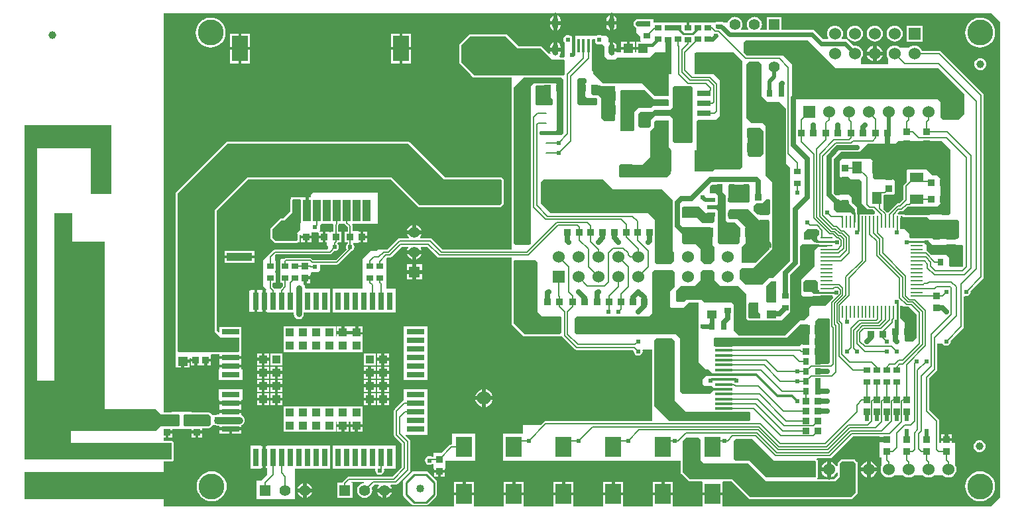
<source format=gtl>
%FSLAX25Y25*%
%MOIN*%
G70*
G01*
G75*
G04 Layer_Physical_Order=1*
G04 Layer_Color=255*
%ADD10R,0.03500X0.03200*%
%ADD11R,0.03200X0.03000*%
%ADD12R,0.04500X0.05000*%
%ADD13R,0.05000X0.04500*%
%ADD14R,0.03200X0.03500*%
%ADD15R,0.03000X0.03200*%
%ADD16C,0.03200*%
%ADD17R,0.08200X0.11000*%
%ADD18R,0.07000X0.02500*%
%ADD19C,0.01000*%
%ADD20R,0.04000X0.02000*%
%ADD21R,0.08000X0.05500*%
%ADD22R,0.05000X0.04000*%
%ADD23R,0.04500X0.06000*%
%ADD24R,0.07000X0.05000*%
%ADD25R,0.06000X0.06000*%
%ADD26R,0.08500X0.01200*%
%ADD27R,0.08000X0.10000*%
%ADD28R,0.09000X0.03000*%
%ADD29R,0.03000X0.09000*%
%ADD30R,0.04000X0.04000*%
%ADD31R,0.13000X0.04000*%
%ADD32C,0.04000*%
%ADD33R,0.08000X0.13000*%
%ADD34R,0.04000X0.11000*%
%ADD35R,0.01600X0.07000*%
%ADD36R,0.06000X0.01000*%
%ADD37R,0.01000X0.06000*%
%ADD38C,0.02000*%
%ADD39C,0.01500*%
%ADD40C,0.00600*%
%ADD41C,0.03000*%
%ADD42C,0.02500*%
%ADD43C,0.01000*%
%ADD44C,0.01200*%
%ADD45C,0.02400*%
%ADD46C,0.03500*%
%ADD47C,0.13000*%
%ADD48R,0.05500X0.05500*%
%ADD49C,0.05500*%
%ADD50C,0.06000*%
%ADD51R,0.07000X0.07000*%
%ADD52C,0.07000*%
%ADD53O,0.03000X0.06000*%
%ADD54C,0.02400*%
%ADD55C,0.03937*%
G36*
X564409Y391886D02*
X554173D01*
Y414720D01*
X527205D01*
Y297634D01*
X535866D01*
Y382201D01*
X544921D01*
Y367791D01*
X561142D01*
Y283303D01*
X587028D01*
X589500Y280831D01*
X598500D01*
X599000Y280331D01*
Y275331D01*
X598500Y274831D01*
X589500D01*
X587028Y272358D01*
X544252D01*
Y266453D01*
X595000D01*
Y257988D01*
X520827D01*
Y426413D01*
X564409D01*
Y391886D01*
D02*
G37*
G36*
X1011480Y478279D02*
Y238779D01*
X1006980Y234279D01*
X872219D01*
X872000Y234689D01*
X872000Y234780D01*
Y239939D01*
X862000D01*
Y234780D01*
X862000Y234689D01*
X861782Y234279D01*
X847219D01*
X847000Y234689D01*
X847000Y234780D01*
Y239939D01*
X837000D01*
Y234780D01*
X837000Y234689D01*
X836782Y234279D01*
X822219D01*
X822000Y234689D01*
X822000Y234780D01*
Y239939D01*
X812000D01*
Y234780D01*
X812000Y234689D01*
X811782Y234279D01*
X797219D01*
X797000Y234689D01*
X797000Y234780D01*
Y239939D01*
X787000D01*
Y234780D01*
X787000Y234689D01*
X786782Y234279D01*
X772219D01*
X772000Y234689D01*
X772000Y234780D01*
Y239939D01*
X762000D01*
Y234780D01*
X762000Y234689D01*
X761782Y234279D01*
X747219D01*
X747000Y234689D01*
X747000Y234780D01*
Y239939D01*
X737000D01*
Y234780D01*
X737000Y234689D01*
X736782Y234279D01*
X590980D01*
Y238185D01*
X520827D01*
Y251768D01*
X590980D01*
Y256969D01*
X595000D01*
X595390Y257046D01*
X595721Y257267D01*
X595942Y257598D01*
X596020Y257988D01*
Y266453D01*
X595942Y266843D01*
X595721Y267174D01*
X595390Y267395D01*
X595000Y267472D01*
X590980D01*
Y269081D01*
X591750D01*
Y271831D01*
X592500D01*
Y272581D01*
X595100D01*
Y273500D01*
X604900D01*
Y272581D01*
X610100D01*
Y273811D01*
X613500D01*
X613890Y273889D01*
X614221Y274110D01*
X615100Y274989D01*
X615500Y275231D01*
X617091D01*
X617282Y275151D01*
X618000Y275057D01*
X619043D01*
Y274250D01*
X630043D01*
Y275356D01*
X630218Y275429D01*
X630792Y275869D01*
X631233Y276444D01*
X631510Y277113D01*
X631604Y277831D01*
X631510Y278549D01*
X631233Y279218D01*
X630792Y279792D01*
X630218Y280233D01*
X630043Y280305D01*
Y281411D01*
X619043D01*
Y280604D01*
X618000D01*
X617282Y280510D01*
X617091Y280431D01*
X615500D01*
X615100Y280673D01*
X614221Y281552D01*
X613890Y281773D01*
X613500Y281850D01*
X605000D01*
Y282000D01*
X595000D01*
Y281850D01*
X590980D01*
Y482780D01*
X1006980D01*
X1011480Y478279D01*
D02*
G37*
G36*
X614500Y279831D02*
Y275831D01*
X613500Y274831D01*
X601500D01*
X601000Y275331D01*
Y280331D01*
X601500Y280831D01*
X613500D01*
X614500Y279831D01*
D02*
G37*
%LPC*%
G36*
X697425Y294404D02*
X695175D01*
Y292154D01*
X697425D01*
Y294404D01*
D02*
G37*
G36*
X650575D02*
X648325D01*
Y292154D01*
X650575D01*
Y294404D01*
D02*
G37*
G36*
X693675D02*
X691425D01*
Y292154D01*
X693675D01*
Y294404D01*
D02*
G37*
G36*
X643882Y298153D02*
X641632D01*
Y295903D01*
X643882D01*
Y298153D01*
D02*
G37*
G36*
X646825D02*
X644575D01*
Y295903D01*
X646825D01*
Y298153D01*
D02*
G37*
G36*
X650575D02*
X648325D01*
Y295903D01*
X650575D01*
Y298153D01*
D02*
G37*
G36*
X700368Y294404D02*
X698118D01*
Y292154D01*
X700368D01*
Y294404D01*
D02*
G37*
G36*
X704118D02*
X701868D01*
Y292154D01*
X704118D01*
Y294404D01*
D02*
G37*
G36*
X640132Y298153D02*
X637882D01*
Y295903D01*
X640132D01*
Y298153D01*
D02*
G37*
G36*
X650575Y291461D02*
X648325D01*
Y289211D01*
X650575D01*
Y291461D01*
D02*
G37*
G36*
X693675D02*
X691425D01*
Y289211D01*
X693675D01*
Y291461D01*
D02*
G37*
G36*
X646825D02*
X644575D01*
Y289211D01*
X646825D01*
Y291461D01*
D02*
G37*
G36*
X640132D02*
X637882D01*
Y289211D01*
X640132D01*
Y291461D01*
D02*
G37*
G36*
X643882D02*
X641632D01*
Y289211D01*
X643882D01*
Y291461D01*
D02*
G37*
G36*
X697425D02*
X695175D01*
Y289211D01*
X697425D01*
Y291461D01*
D02*
G37*
G36*
X643882Y294404D02*
X641632D01*
Y292154D01*
X643882D01*
Y294404D01*
D02*
G37*
G36*
X646825D02*
X644575D01*
Y292154D01*
X646825D01*
Y294404D01*
D02*
G37*
G36*
X640132D02*
X637882D01*
Y292154D01*
X640132D01*
Y294404D01*
D02*
G37*
G36*
X700368Y291461D02*
X698118D01*
Y289211D01*
X700368D01*
Y291461D01*
D02*
G37*
G36*
X704118D02*
X701868D01*
Y289211D01*
X704118D01*
Y291461D01*
D02*
G37*
G36*
X693675Y298153D02*
X691425D01*
Y295903D01*
X693675D01*
Y298153D01*
D02*
G37*
G36*
X646825Y304847D02*
X644575D01*
Y302596D01*
X646825D01*
Y304847D01*
D02*
G37*
G36*
X650575D02*
X648325D01*
Y302596D01*
X650575D01*
Y304847D01*
D02*
G37*
G36*
X643882D02*
X641632D01*
Y302596D01*
X643882D01*
Y304847D01*
D02*
G37*
G36*
X704118Y301097D02*
X701868D01*
Y298847D01*
X704118D01*
Y301097D01*
D02*
G37*
G36*
X640132Y304847D02*
X637882D01*
Y302596D01*
X640132D01*
Y304847D01*
D02*
G37*
G36*
X693675D02*
X691425D01*
Y302596D01*
X693675D01*
Y304847D01*
D02*
G37*
G36*
X603900Y306750D02*
X601150D01*
Y304250D01*
X603900D01*
Y306750D01*
D02*
G37*
G36*
X606250Y307250D02*
X604400D01*
Y305250D01*
X606250D01*
Y307250D01*
D02*
G37*
G36*
X704118Y304847D02*
X701868D01*
Y302596D01*
X704118D01*
Y304847D01*
D02*
G37*
G36*
X697425D02*
X695175D01*
Y302596D01*
X697425D01*
Y304847D01*
D02*
G37*
G36*
X700368D02*
X698118D01*
Y302596D01*
X700368D01*
Y304847D01*
D02*
G37*
G36*
Y301097D02*
X698118D01*
Y298847D01*
X700368D01*
Y301097D01*
D02*
G37*
G36*
X630043Y304246D02*
X619043D01*
Y303500D01*
X618500D01*
Y298000D01*
X630500D01*
Y303500D01*
X630043D01*
Y304246D01*
D02*
G37*
G36*
X723500Y325000D02*
X711500D01*
Y298000D01*
X723500D01*
Y325000D01*
D02*
G37*
G36*
X704118Y298153D02*
X701868D01*
Y295903D01*
X704118D01*
Y298153D01*
D02*
G37*
G36*
X697425D02*
X695175D01*
Y295903D01*
X697425D01*
Y298153D01*
D02*
G37*
G36*
X700368D02*
X698118D01*
Y295903D01*
X700368D01*
Y298153D01*
D02*
G37*
G36*
X640132Y301097D02*
X637882D01*
Y298847D01*
X640132D01*
Y301097D01*
D02*
G37*
G36*
X693675D02*
X691425D01*
Y298847D01*
X693675D01*
Y301097D01*
D02*
G37*
G36*
X697425D02*
X695175D01*
Y298847D01*
X697425D01*
Y301097D01*
D02*
G37*
G36*
X650575D02*
X648325D01*
Y298847D01*
X650575D01*
Y301097D01*
D02*
G37*
G36*
X643882D02*
X641632D01*
Y298847D01*
X643882D01*
Y301097D01*
D02*
G37*
G36*
X646825D02*
X644575D01*
Y298847D01*
X646825D01*
Y301097D01*
D02*
G37*
G36*
X630500Y293500D02*
X618500D01*
Y288000D01*
X619043D01*
Y287242D01*
X630043D01*
Y288000D01*
X630500D01*
Y293500D01*
D02*
G37*
G36*
X841250Y246689D02*
X837000D01*
Y241439D01*
X841250D01*
Y246689D01*
D02*
G37*
G36*
X847000D02*
X842750D01*
Y241439D01*
X847000D01*
Y246689D01*
D02*
G37*
G36*
X822000D02*
X817750D01*
Y241439D01*
X822000D01*
Y246689D01*
D02*
G37*
G36*
X797000D02*
X792750D01*
Y241439D01*
X797000D01*
Y246689D01*
D02*
G37*
G36*
X816250D02*
X812000D01*
Y241439D01*
X816250D01*
Y246689D01*
D02*
G37*
G36*
X945500Y257035D02*
X944456Y256897D01*
X943483Y256494D01*
X942647Y255853D01*
X942006Y255017D01*
X941603Y254044D01*
X941465Y253000D01*
X941603Y251956D01*
X942006Y250983D01*
X942647Y250147D01*
X943483Y249506D01*
X944456Y249103D01*
X945500Y248965D01*
X946544Y249103D01*
X947517Y249506D01*
X948353Y250147D01*
X948994Y250983D01*
X949397Y251956D01*
X949535Y253000D01*
X949397Y254044D01*
X948994Y255017D01*
X948353Y255853D01*
X947517Y256494D01*
X946544Y256897D01*
X945500Y257035D01*
D02*
G37*
G36*
X747500Y271000D02*
X736000D01*
Y265661D01*
X735999Y265639D01*
X735999Y265636D01*
X735661D01*
X735154Y265536D01*
X734724Y265248D01*
X730975Y261500D01*
X726500D01*
Y259350D01*
X726499Y259328D01*
X726499Y259326D01*
X725728D01*
X725358Y259572D01*
X724500Y259743D01*
X723642Y259572D01*
X722914Y259086D01*
X722428Y258358D01*
X722257Y257500D01*
X722428Y256642D01*
X722914Y255914D01*
X723642Y255428D01*
X724500Y255257D01*
X725358Y255428D01*
X725936Y255814D01*
X726143Y255787D01*
X726193Y255775D01*
X726367Y255709D01*
X726484Y255624D01*
X726492Y255587D01*
X726498Y255543D01*
X726500Y255500D01*
Y253500D01*
X726900D01*
Y252750D01*
X732100D01*
Y253500D01*
X732500D01*
Y257250D01*
X732501Y257272D01*
X732504Y257293D01*
X732509Y257315D01*
X732515Y257335D01*
X732523Y257356D01*
X732534Y257375D01*
X732545Y257393D01*
X732558Y257411D01*
X732573Y257427D01*
X732589Y257441D01*
X732607Y257455D01*
X732625Y257467D01*
X732644Y257477D01*
X732664Y257485D01*
X732685Y257491D01*
X732707Y257496D01*
X732728Y257499D01*
X732750Y257500D01*
X747500D01*
Y271000D01*
D02*
G37*
G36*
X1001200Y267694D02*
X1000425Y267592D01*
X999703Y267293D01*
X999083Y266817D01*
X998607Y266197D01*
X998308Y265475D01*
X998206Y264700D01*
X998308Y263925D01*
X998607Y263203D01*
X999083Y262583D01*
X999703Y262107D01*
X1000425Y261808D01*
X1001200Y261706D01*
X1001975Y261808D01*
X1002697Y262107D01*
X1003317Y262583D01*
X1003793Y263203D01*
X1004092Y263925D01*
X1004194Y264700D01*
X1004092Y265475D01*
X1003793Y266197D01*
X1003317Y266817D01*
X1002697Y267293D01*
X1001975Y267592D01*
X1001200Y267694D01*
D02*
G37*
G36*
X640000Y265000D02*
X634500D01*
Y253500D01*
X640000D01*
Y253630D01*
X640722D01*
Y259130D01*
Y264630D01*
X640000D01*
Y265000D01*
D02*
G37*
G36*
X732100Y251250D02*
X730250D01*
Y249250D01*
X732100D01*
Y251250D01*
D02*
G37*
G36*
X707500Y265000D02*
X676000D01*
Y264630D01*
X675980D01*
Y253630D01*
X676000D01*
Y253500D01*
X696979D01*
X697258Y253251D01*
X697370Y253067D01*
X697257Y252500D01*
X697428Y251642D01*
X697914Y250914D01*
X698642Y250428D01*
X699500Y250257D01*
X700358Y250428D01*
X701086Y250914D01*
X701572Y251642D01*
X701743Y252500D01*
X701628Y253077D01*
X701744Y253252D01*
X702021Y253500D01*
X707500D01*
Y265000D01*
D02*
G37*
G36*
X674500D02*
X643000D01*
Y264630D01*
X642222D01*
Y259130D01*
Y253630D01*
X643000D01*
Y250500D01*
X640000Y247500D01*
X637500D01*
Y238000D01*
X657000D01*
Y253250D01*
X657001Y253272D01*
X657004Y253293D01*
X657009Y253315D01*
X657015Y253335D01*
X657023Y253356D01*
X657033Y253375D01*
X657045Y253393D01*
X657058Y253411D01*
X657073Y253427D01*
X657089Y253442D01*
X657107Y253455D01*
X657125Y253467D01*
X657144Y253477D01*
X657164Y253485D01*
X657185Y253491D01*
X657207Y253496D01*
X657228Y253499D01*
X657250Y253500D01*
X674500D01*
Y265000D01*
D02*
G37*
G36*
X662000Y246283D02*
X661021Y246154D01*
X660109Y245776D01*
X659325Y245175D01*
X658724Y244391D01*
X658346Y243479D01*
X658217Y242500D01*
X658346Y241521D01*
X658724Y240609D01*
X659325Y239825D01*
X660109Y239224D01*
X661021Y238846D01*
X662000Y238717D01*
X662979Y238846D01*
X663891Y239224D01*
X664675Y239825D01*
X665276Y240609D01*
X665654Y241521D01*
X665783Y242500D01*
X665654Y243479D01*
X665276Y244391D01*
X664675Y245175D01*
X663891Y245776D01*
X662979Y246154D01*
X662000Y246283D01*
D02*
G37*
G36*
X1001500Y252036D02*
X1000030Y251892D01*
X998616Y251463D01*
X997748Y250999D01*
X997313Y250766D01*
X996171Y249829D01*
X995234Y248687D01*
X994537Y247384D01*
X994108Y245970D01*
X993964Y244500D01*
X994108Y243030D01*
X994537Y241616D01*
X995234Y240313D01*
X996171Y239171D01*
X997313Y238234D01*
X997748Y238001D01*
X998616Y237537D01*
X1000030Y237108D01*
X1001500Y236964D01*
X1002970Y237108D01*
X1004384Y237537D01*
X1005687Y238234D01*
X1006829Y239171D01*
X1007766Y240313D01*
X1008463Y241616D01*
X1008892Y243030D01*
X1009037Y244500D01*
X1008892Y245970D01*
X1008463Y247384D01*
X1007766Y248687D01*
X1006829Y249829D01*
X1005687Y250766D01*
X1004384Y251463D01*
X1002970Y251892D01*
X1001500Y252036D01*
D02*
G37*
G36*
X722750Y252079D02*
X716750D01*
X716165Y251963D01*
X715668Y251631D01*
X711669Y247631D01*
X711337Y247135D01*
X711221Y246550D01*
Y240550D01*
X711337Y239965D01*
X711669Y239469D01*
X715668Y235469D01*
X716165Y235137D01*
X716750Y235021D01*
X722750D01*
X723335Y235137D01*
X723831Y235469D01*
X727831Y239469D01*
X728163Y239965D01*
X728279Y240550D01*
Y246550D01*
X728163Y247135D01*
X727831Y247631D01*
X726581Y248882D01*
X726920Y249250D01*
X727392Y249250D01*
X728750D01*
Y251250D01*
X726900D01*
Y249750D01*
X726900Y249270D01*
X726532Y248931D01*
X723831Y251631D01*
X723335Y251963D01*
X722750Y252079D01*
D02*
G37*
G36*
X615000Y252036D02*
X613530Y251892D01*
X612116Y251463D01*
X611248Y250999D01*
X610813Y250766D01*
X609671Y249829D01*
X608734Y248687D01*
X608037Y247384D01*
X607608Y245970D01*
X607464Y244500D01*
X607608Y243030D01*
X608037Y241616D01*
X608734Y240313D01*
X609671Y239171D01*
X610813Y238234D01*
X611248Y238001D01*
X612116Y237537D01*
X613530Y237108D01*
X615000Y236964D01*
X616470Y237108D01*
X617884Y237537D01*
X619187Y238234D01*
X620329Y239171D01*
X621266Y240313D01*
X621963Y241616D01*
X622392Y243030D01*
X622537Y244500D01*
X622392Y245970D01*
X621963Y247384D01*
X621266Y248687D01*
X620329Y249829D01*
X619187Y250766D01*
X617884Y251463D01*
X616470Y251892D01*
X615000Y252036D01*
D02*
G37*
G36*
X723500Y293500D02*
X711500D01*
Y287720D01*
X711485Y287717D01*
X711055Y287429D01*
X707063Y283437D01*
X706775Y283007D01*
X706674Y282500D01*
Y270300D01*
X706775Y269793D01*
X707063Y269363D01*
X710674Y265751D01*
Y254149D01*
X705951Y249426D01*
X684050D01*
X683543Y249325D01*
X683113Y249037D01*
X681063Y246987D01*
X680775Y246557D01*
X680716Y246259D01*
X680715Y246259D01*
X680693Y246254D01*
X680672Y246251D01*
X680650Y246250D01*
X678250D01*
Y238750D01*
X685750D01*
Y246250D01*
X685357D01*
X685090Y246750D01*
X685106Y246775D01*
X691591D01*
X691631Y246738D01*
X691611Y246505D01*
X691464Y246212D01*
X691021Y246153D01*
X690109Y245776D01*
X689326Y245175D01*
X688724Y244391D01*
X688346Y243479D01*
X688218Y242500D01*
X688346Y241521D01*
X688724Y240609D01*
X689326Y239826D01*
X690109Y239224D01*
X691021Y238846D01*
X692000Y238718D01*
X692979Y238846D01*
X693891Y239224D01*
X694674Y239826D01*
X695276Y240609D01*
X695653Y241521D01*
X695782Y242500D01*
X695653Y243479D01*
X695419Y244045D01*
X696749Y245374D01*
X698743D01*
X698888Y245265D01*
X698924Y245231D01*
X698957Y245191D01*
X698987Y245144D01*
X699048Y245015D01*
X699091Y244889D01*
X699080Y244867D01*
X699058Y244830D01*
X699033Y244794D01*
X699033Y244794D01*
X699016Y244772D01*
X699014Y244769D01*
X698724Y244391D01*
X698532Y243926D01*
X698530Y243922D01*
X698529Y243919D01*
X698347Y243479D01*
X698281Y242980D01*
X698280Y242976D01*
X698280Y242972D01*
X698218Y242500D01*
X698283Y242001D01*
X698284Y241997D01*
X698284Y241993D01*
X698347Y241521D01*
X698539Y241056D01*
X698541Y241052D01*
X698542Y241049D01*
X698724Y240609D01*
X699031Y240210D01*
X699033Y240206D01*
X699036Y240203D01*
X699326Y239826D01*
X699725Y239519D01*
X699728Y239516D01*
X699731Y239514D01*
X700109Y239224D01*
X700574Y239032D01*
X700578Y239030D01*
X700581Y239029D01*
X701021Y238846D01*
X701520Y238781D01*
X701524Y238780D01*
X701528Y238780D01*
X702000Y238718D01*
X702499Y238783D01*
X702503Y238784D01*
X702507Y238784D01*
X702979Y238846D01*
X703444Y239039D01*
X703448Y239041D01*
X703451Y239042D01*
X703891Y239224D01*
X704290Y239531D01*
X704294Y239533D01*
X704297Y239536D01*
X704674Y239826D01*
X704981Y240225D01*
X704984Y240228D01*
X704986Y240231D01*
X705276Y240609D01*
X705468Y241074D01*
X705470Y241078D01*
X705471Y241081D01*
X705653Y241521D01*
X705719Y242020D01*
X705720Y242024D01*
X705720Y242028D01*
X705782Y242500D01*
X705717Y242999D01*
X705716Y243003D01*
X705716Y243007D01*
X705653Y243479D01*
X705461Y243944D01*
X705459Y243948D01*
X705458Y243951D01*
X705276Y244391D01*
X704967Y244794D01*
X705095Y245250D01*
X705244Y245374D01*
X707500D01*
X708007Y245475D01*
X708437Y245763D01*
X714437Y251763D01*
X714725Y252193D01*
X714825Y252700D01*
Y267100D01*
X714725Y267607D01*
X714437Y268037D01*
X712585Y269889D01*
X712568Y270082D01*
X712569Y270133D01*
X712577Y270186D01*
X712593Y270245D01*
X712691Y270469D01*
X712692Y270470D01*
X712734Y270483D01*
X712776Y270492D01*
X712819Y270498D01*
X712863Y270500D01*
X723500D01*
Y293500D01*
D02*
G37*
G36*
X772000Y246689D02*
X767750D01*
Y241439D01*
X772000D01*
Y246689D01*
D02*
G37*
G36*
X791250D02*
X787000D01*
Y241439D01*
X791250D01*
Y246689D01*
D02*
G37*
G36*
X766250D02*
X762000D01*
Y241439D01*
X766250D01*
Y246689D01*
D02*
G37*
G36*
X741250D02*
X737000D01*
Y241439D01*
X741250D01*
Y246689D01*
D02*
G37*
G36*
X747000D02*
X742750D01*
Y241439D01*
X747000D01*
Y246689D01*
D02*
G37*
G36*
X640132Y287711D02*
X637882D01*
Y285461D01*
X640132D01*
Y287711D01*
D02*
G37*
G36*
X643882D02*
X641632D01*
Y285461D01*
X643882D01*
Y287711D01*
D02*
G37*
G36*
X752000Y293456D02*
X750825Y293302D01*
X749730Y292848D01*
X748790Y292127D01*
X748069Y291187D01*
X747616Y290092D01*
X747461Y288917D01*
X747616Y287742D01*
X748069Y286648D01*
X748790Y285708D01*
X749730Y284986D01*
X750825Y284533D01*
X752000Y284378D01*
X753175Y284533D01*
X754270Y284986D01*
X755210Y285708D01*
X755931Y286648D01*
X756384Y287742D01*
X756539Y288917D01*
X756384Y290092D01*
X755931Y291187D01*
X755210Y292127D01*
X754270Y292848D01*
X753175Y293302D01*
X752000Y293456D01*
D02*
G37*
G36*
X690800Y284800D02*
X651200D01*
Y272000D01*
X677400D01*
Y277000D01*
X678039D01*
Y275825D01*
X684039D01*
Y277000D01*
X684732D01*
Y275825D01*
X690732D01*
Y277000D01*
X690800D01*
Y284800D01*
D02*
G37*
G36*
X630043Y285742D02*
X619043D01*
Y283992D01*
Y282911D01*
X630043D01*
Y283992D01*
Y285742D01*
D02*
G37*
G36*
X646825Y287711D02*
X644575D01*
Y285461D01*
X646825D01*
Y287711D01*
D02*
G37*
G36*
X700368D02*
X698118D01*
Y285461D01*
X700368D01*
Y287711D01*
D02*
G37*
G36*
X704118D02*
X701868D01*
Y285461D01*
X704118D01*
Y287711D01*
D02*
G37*
G36*
X697425D02*
X695175D01*
Y285461D01*
X697425D01*
Y287711D01*
D02*
G37*
G36*
X650575D02*
X648325D01*
Y285461D01*
X650575D01*
Y287711D01*
D02*
G37*
G36*
X693675D02*
X691425D01*
Y285461D01*
X693675D01*
Y287711D01*
D02*
G37*
G36*
X606750Y271081D02*
X604900D01*
Y269081D01*
X606750D01*
Y271081D01*
D02*
G37*
G36*
X610100D02*
X608250D01*
Y269081D01*
X610100D01*
Y271081D01*
D02*
G37*
G36*
X595100D02*
X593250D01*
Y269081D01*
X595100D01*
Y271081D01*
D02*
G37*
G36*
X983750Y270750D02*
X981900D01*
Y268750D01*
X983750D01*
Y270750D01*
D02*
G37*
G36*
X987100D02*
X985250D01*
Y268750D01*
X987100D01*
Y270750D01*
D02*
G37*
G36*
X623793Y272750D02*
X619043D01*
Y271000D01*
X623793D01*
Y272750D01*
D02*
G37*
G36*
X684039Y274325D02*
X681789D01*
Y272075D01*
X684039D01*
Y274325D01*
D02*
G37*
G36*
X686982D02*
X684732D01*
Y272075D01*
X686982D01*
Y274325D01*
D02*
G37*
G36*
X680289D02*
X678039D01*
Y272075D01*
X680289D01*
Y274325D01*
D02*
G37*
G36*
X630043Y272750D02*
X625293D01*
Y271000D01*
X630043D01*
Y272750D01*
D02*
G37*
G36*
X691000Y274500D02*
X688500D01*
Y274325D01*
X688482D01*
Y272075D01*
X688500D01*
Y272000D01*
X691000D01*
Y274325D01*
Y274500D01*
D02*
G37*
G36*
X661750Y369250D02*
X659750D01*
Y367400D01*
X661750D01*
Y369250D01*
D02*
G37*
G36*
X715205Y472496D02*
X710955D01*
Y465746D01*
X715205D01*
Y472496D01*
D02*
G37*
G36*
X823750Y468250D02*
X821000D01*
Y465750D01*
X823750D01*
Y468250D01*
D02*
G37*
G36*
X665250Y369250D02*
X663250D01*
Y367400D01*
X665250D01*
Y369250D01*
D02*
G37*
G36*
X709455Y472496D02*
X705205D01*
Y465746D01*
X709455D01*
Y472496D01*
D02*
G37*
G36*
X693250Y369250D02*
X691250D01*
Y367400D01*
X693250D01*
Y369250D01*
D02*
G37*
G36*
X670750D02*
X668750D01*
Y367400D01*
X670750D01*
Y369250D01*
D02*
G37*
G36*
X948500Y476535D02*
X947456Y476397D01*
X946483Y475994D01*
X945647Y475353D01*
X945006Y474517D01*
X944603Y473544D01*
X944465Y472500D01*
X944603Y471456D01*
X945006Y470483D01*
X945647Y469647D01*
X946483Y469006D01*
X947456Y468603D01*
X948500Y468465D01*
X949544Y468603D01*
X950517Y469006D01*
X951353Y469647D01*
X951994Y470483D01*
X952397Y471456D01*
X952535Y472500D01*
X952397Y473544D01*
X951994Y474517D01*
X951353Y475353D01*
X950517Y475994D01*
X949544Y476397D01*
X948500Y476535D01*
D02*
G37*
G36*
X958500D02*
X957456Y476397D01*
X956483Y475994D01*
X955647Y475353D01*
X955006Y474517D01*
X954603Y473544D01*
X954465Y472500D01*
X954603Y471456D01*
X955006Y470483D01*
X955647Y469647D01*
X956483Y469006D01*
X957456Y468603D01*
X958500Y468465D01*
X959544Y468603D01*
X960517Y469006D01*
X961353Y469647D01*
X961994Y470483D01*
X962397Y471456D01*
X962535Y472500D01*
X962397Y473544D01*
X961994Y474517D01*
X961353Y475353D01*
X960517Y475994D01*
X959544Y476397D01*
X958500Y476535D01*
D02*
G37*
G36*
X972500Y476500D02*
X964500D01*
Y468500D01*
X972500D01*
Y476500D01*
D02*
G37*
G36*
X636500Y359250D02*
X629750D01*
Y358500D01*
X628250D01*
Y359250D01*
X621500D01*
Y357000D01*
X636500D01*
Y359250D01*
D02*
G37*
G36*
X828000Y468250D02*
X825250D01*
Y465750D01*
X828000D01*
Y468250D01*
D02*
G37*
G36*
X938500Y476535D02*
X937456Y476397D01*
X936483Y475994D01*
X935647Y475353D01*
X935006Y474517D01*
X934603Y473544D01*
X934465Y472500D01*
X934603Y471456D01*
X935006Y470483D01*
X935647Y469647D01*
X936483Y469006D01*
X937456Y468603D01*
X938500Y468465D01*
X939544Y468603D01*
X940517Y469006D01*
X941353Y469647D01*
X941994Y470483D01*
X942397Y471456D01*
X942535Y472500D01*
X942397Y473544D01*
X941994Y474517D01*
X941353Y475353D01*
X940517Y475994D01*
X939544Y476397D01*
X938500Y476535D01*
D02*
G37*
G36*
X636500Y363000D02*
X621500D01*
Y360750D01*
X628250D01*
Y361500D01*
X629750D01*
Y360750D01*
X636500D01*
Y361500D01*
Y363000D01*
D02*
G37*
G36*
X715205Y464246D02*
X710955D01*
Y457496D01*
X715205D01*
Y464246D01*
D02*
G37*
G36*
X948500Y466535D02*
X947456Y466397D01*
X946483Y465994D01*
X945647Y465353D01*
X945006Y464517D01*
X944603Y463544D01*
X944465Y462500D01*
X944603Y461456D01*
X945006Y460483D01*
X945647Y459647D01*
X946483Y459006D01*
X947456Y458603D01*
X948500Y458465D01*
X949544Y458603D01*
X950517Y459006D01*
X951353Y459647D01*
X951994Y460483D01*
X952397Y461456D01*
X952535Y462500D01*
X952397Y463544D01*
X951994Y464517D01*
X951353Y465353D01*
X950517Y465994D01*
X949544Y466397D01*
X948500Y466535D01*
D02*
G37*
G36*
X816825Y468187D02*
Y465037D01*
X818624D01*
Y465787D01*
X818430Y466763D01*
X817877Y467590D01*
X817050Y468142D01*
X816825Y468187D01*
D02*
G37*
G36*
X709455Y464246D02*
X705205D01*
Y457496D01*
X709455D01*
Y464246D01*
D02*
G37*
G36*
X1001600Y460094D02*
X1000825Y459992D01*
X1000103Y459693D01*
X999483Y459217D01*
X999007Y458597D01*
X998708Y457875D01*
X998606Y457100D01*
X998708Y456325D01*
X999007Y455603D01*
X999483Y454983D01*
X1000103Y454507D01*
X1000825Y454208D01*
X1001600Y454106D01*
X1002375Y454208D01*
X1003097Y454507D01*
X1003717Y454983D01*
X1004193Y455603D01*
X1004492Y456325D01*
X1004594Y457100D01*
X1004492Y457875D01*
X1004193Y458597D01*
X1003717Y459217D01*
X1003097Y459693D01*
X1002375Y459992D01*
X1001600Y460094D01*
D02*
G37*
G36*
X628549Y464246D02*
X624299D01*
Y457496D01*
X628549D01*
Y464246D01*
D02*
G37*
G36*
X634299D02*
X630049D01*
Y457496D01*
X634299D01*
Y464246D01*
D02*
G37*
G36*
X628549Y472496D02*
X624299D01*
Y465746D01*
X628549D01*
Y472496D01*
D02*
G37*
G36*
X634299D02*
X630049D01*
Y465746D01*
X634299D01*
Y472496D01*
D02*
G37*
G36*
X693250Y372600D02*
X691250D01*
Y370750D01*
X693250D01*
Y372600D01*
D02*
G37*
G36*
X1001500Y480537D02*
X1000030Y480392D01*
X998616Y479963D01*
X997748Y479499D01*
X997313Y479266D01*
X996171Y478329D01*
X995234Y477187D01*
X994537Y475884D01*
X994108Y474470D01*
X993964Y473000D01*
X994108Y471530D01*
X994537Y470116D01*
X995234Y468813D01*
X996171Y467671D01*
X997313Y466734D01*
X997748Y466501D01*
X998616Y466037D01*
X1000030Y465608D01*
X1001500Y465463D01*
X1002970Y465608D01*
X1004384Y466037D01*
X1005687Y466734D01*
X1006829Y467671D01*
X1007766Y468813D01*
X1008463Y470116D01*
X1008892Y471530D01*
X1009037Y473000D01*
X1008892Y474470D01*
X1008463Y475884D01*
X1007766Y477187D01*
X1006829Y478329D01*
X1005687Y479266D01*
X1004384Y479963D01*
X1002970Y480392D01*
X1001500Y480537D01*
D02*
G37*
G36*
X714000Y418020D02*
X623000D01*
X622610Y417942D01*
X622279Y417721D01*
X615779Y411221D01*
X597279Y392721D01*
X597058Y392390D01*
X596980Y392000D01*
Y317750D01*
X596900D01*
Y311250D01*
X597000D01*
Y310750D01*
X596900D01*
Y304250D01*
X599650D01*
Y307500D01*
X600400D01*
Y308250D01*
X603900D01*
Y309000D01*
X604400D01*
Y308750D01*
X607000D01*
Y308000D01*
X607750D01*
Y305250D01*
X611250D01*
Y308000D01*
X612000D01*
Y308750D01*
X614600D01*
Y310750D01*
X614600Y310750D01*
X614600D01*
X614600Y310750D01*
X614768Y311180D01*
X619043D01*
Y310077D01*
X630043D01*
Y311157D01*
Y315488D01*
Y319819D01*
Y324819D01*
X619043D01*
Y322052D01*
X618581Y321861D01*
X617520Y322922D01*
Y367000D01*
Y383078D01*
X625721Y391279D01*
X628721Y394279D01*
X633422Y398980D01*
X705078D01*
X709779Y394279D01*
X718779Y385279D01*
X719110Y385058D01*
X719500Y384980D01*
X760000D01*
X760390Y385058D01*
X760721Y385279D01*
X761721Y386279D01*
X761942Y386610D01*
X762020Y387000D01*
Y398500D01*
X761942Y398890D01*
X761721Y399221D01*
X761221Y399721D01*
X760890Y399942D01*
X760500Y400020D01*
X732422D01*
X714721Y417721D01*
X714390Y417942D01*
X714000Y418020D01*
D02*
G37*
G36*
X698500Y392500D02*
X665900D01*
X664900Y391500D01*
Y390000D01*
X663750D01*
Y383500D01*
X662250D01*
Y390000D01*
X659598D01*
X659500Y390020D01*
X656000D01*
X655901Y390000D01*
X655000D01*
Y389442D01*
X654779Y389221D01*
X654558Y388890D01*
X654480Y388500D01*
Y382922D01*
X651078Y379520D01*
X650000D01*
X649610Y379442D01*
X649279Y379221D01*
X645779Y375721D01*
X644779Y374721D01*
X644558Y374390D01*
X644480Y374000D01*
Y369800D01*
X644558Y369410D01*
X644779Y369079D01*
X645353Y368505D01*
X645414Y368414D01*
X645505Y368353D01*
X646579Y367279D01*
X646910Y367058D01*
X647300Y366980D01*
X657500D01*
X657890Y367058D01*
X658221Y367279D01*
X658342Y367400D01*
X659250D01*
Y371321D01*
X659309Y371360D01*
X659750Y371124D01*
Y370750D01*
X665250D01*
Y372103D01*
X665250Y372198D01*
X665710Y372640D01*
X665862Y372638D01*
X666000Y372500D01*
X668291D01*
X668500Y372500D01*
X668750Y372104D01*
Y370750D01*
X670750D01*
Y372600D01*
X669307D01*
X669100Y373100D01*
X669500Y373500D01*
Y376000D01*
X670300Y376800D01*
X675783D01*
X676193Y376300D01*
X676174Y376205D01*
Y372674D01*
X676100Y372600D01*
X674750D01*
Y372500D01*
X674250D01*
Y372600D01*
X672250D01*
Y370000D01*
Y367400D01*
X673000D01*
Y366000D01*
X673500Y365500D01*
Y364500D01*
X672825Y363825D01*
X647000D01*
X646493Y363725D01*
X646157Y363500D01*
X646000D01*
X641000Y358500D01*
Y345500D01*
X642630Y343870D01*
X642423Y343370D01*
X642222D01*
Y337870D01*
Y332370D01*
X643000D01*
Y332000D01*
X656245D01*
X656246Y332000D01*
Y331240D01*
X656440Y330265D01*
X656993Y329438D01*
X657820Y328885D01*
X658795Y328691D01*
X659771Y328885D01*
X660598Y329438D01*
X661150Y330265D01*
X661344Y331240D01*
Y332000D01*
X661345Y332000D01*
X674500D01*
Y344000D01*
X662500D01*
X662000Y344500D01*
Y345500D01*
X661212Y346288D01*
X661250Y346380D01*
Y349500D01*
X662000D01*
Y350250D01*
X664600D01*
Y351100D01*
X665000Y351500D01*
Y352000D01*
X665500Y352500D01*
X668500D01*
X669500Y353500D01*
Y356174D01*
X678000D01*
X678507Y356275D01*
X678937Y356563D01*
X685288Y362914D01*
X685358Y362928D01*
X686086Y363414D01*
X686572Y364142D01*
X686743Y365000D01*
X686572Y365858D01*
X686187Y366436D01*
X686213Y366643D01*
X686225Y366693D01*
X686291Y366867D01*
X686376Y366984D01*
X686413Y366992D01*
X686457Y366998D01*
X686500Y367000D01*
X689000D01*
Y367400D01*
X689750D01*
Y370000D01*
Y372600D01*
X689000D01*
Y373000D01*
X685825D01*
Y375700D01*
X685725Y376207D01*
X685663Y376300D01*
X685823Y376800D01*
X698500D01*
Y392500D01*
D02*
G37*
G36*
X614500Y480537D02*
X613030Y480392D01*
X611616Y479963D01*
X610748Y479499D01*
X610313Y479266D01*
X609171Y478329D01*
X608234Y477187D01*
X607537Y475884D01*
X607108Y474470D01*
X606963Y473000D01*
X607108Y471530D01*
X607537Y470116D01*
X608234Y468813D01*
X609171Y467671D01*
X610313Y466734D01*
X610748Y466501D01*
X611616Y466037D01*
X613030Y465608D01*
X614500Y465463D01*
X615970Y465608D01*
X617384Y466037D01*
X618687Y466734D01*
X619829Y467671D01*
X620766Y468813D01*
X621463Y470116D01*
X621892Y471530D01*
X622037Y473000D01*
X621892Y474470D01*
X621463Y475884D01*
X620766Y477187D01*
X619829Y478329D01*
X618687Y479266D01*
X617384Y479963D01*
X615970Y480392D01*
X614500Y480537D01*
D02*
G37*
G36*
X640132Y311539D02*
X637882D01*
Y309289D01*
X640132D01*
Y311539D01*
D02*
G37*
G36*
X816825Y481770D02*
Y478620D01*
X818624D01*
Y479370D01*
X818430Y480346D01*
X817877Y481173D01*
X817050Y481725D01*
X816825Y481770D01*
D02*
G37*
G36*
X630043Y308577D02*
X619043D01*
Y306827D01*
Y305746D01*
X630043D01*
Y306827D01*
Y308577D01*
D02*
G37*
G36*
X643882Y311539D02*
X641632D01*
Y309289D01*
X643882D01*
Y311539D01*
D02*
G37*
G36*
X815325Y481770D02*
X815099Y481725D01*
X814272Y481173D01*
X813720Y480346D01*
X813526Y479370D01*
Y478620D01*
X815325D01*
Y481770D01*
D02*
G37*
G36*
X704118Y311539D02*
X701868D01*
Y309289D01*
X704118D01*
Y311539D01*
D02*
G37*
G36*
X700368D02*
X698118D01*
Y309289D01*
X700368D01*
Y311539D01*
D02*
G37*
G36*
X697426Y311540D02*
X691425D01*
Y305539D01*
X697426D01*
Y311540D01*
D02*
G37*
G36*
X650575D02*
X644574D01*
Y305539D01*
X650575D01*
Y311540D01*
D02*
G37*
G36*
X614600Y307250D02*
X612750D01*
Y305250D01*
X614600D01*
Y307250D01*
D02*
G37*
G36*
X640132Y307789D02*
X637882D01*
Y305539D01*
X640132D01*
Y307789D01*
D02*
G37*
G36*
X704118D02*
X701868D01*
Y305539D01*
X704118D01*
Y307789D01*
D02*
G37*
G36*
X700368D02*
X698118D01*
Y305539D01*
X700368D01*
Y307789D01*
D02*
G37*
G36*
X643882D02*
X641632D01*
Y305539D01*
X643882D01*
Y307789D01*
D02*
G37*
G36*
X815325Y477120D02*
X813526D01*
Y476370D01*
X813720Y475395D01*
X814272Y474568D01*
X815099Y474015D01*
X815325Y473970D01*
Y477120D01*
D02*
G37*
G36*
X640722Y343370D02*
X637892D01*
Y337870D01*
Y332370D01*
X640722D01*
Y337870D01*
Y343370D01*
D02*
G37*
G36*
X636392D02*
X634642D01*
Y343000D01*
X634000D01*
Y332500D01*
X634642D01*
Y332370D01*
X636392D01*
Y337870D01*
Y343370D01*
D02*
G37*
G36*
X790474Y477120D02*
X788675D01*
Y473970D01*
X788901Y474015D01*
X789728Y474568D01*
X790280Y475395D01*
X790474Y476370D01*
Y477120D01*
D02*
G37*
G36*
X787175D02*
X785376D01*
Y476370D01*
X785570Y475395D01*
X786123Y474568D01*
X786950Y474015D01*
X787175Y473970D01*
Y477120D01*
D02*
G37*
G36*
X720750Y356250D02*
X713250D01*
Y348750D01*
X720750D01*
Y356250D01*
D02*
G37*
G36*
X664600Y348750D02*
X662750D01*
Y346750D01*
X664600D01*
Y348750D01*
D02*
G37*
G36*
X680289Y324925D02*
X678039D01*
Y322675D01*
X680289D01*
Y324925D01*
D02*
G37*
G36*
X787175Y481770D02*
X786950Y481725D01*
X786123Y481173D01*
X785570Y480346D01*
X785376Y479370D01*
Y478620D01*
X787175D01*
Y481770D01*
D02*
G37*
G36*
X788675D02*
Y478620D01*
X790474D01*
Y479370D01*
X790280Y480346D01*
X789728Y481173D01*
X788901Y481725D01*
X788675Y481770D01*
D02*
G37*
G36*
X691000Y325000D02*
X689000D01*
Y324925D01*
X687000D01*
Y325000D01*
X682000D01*
Y324925D01*
X681789D01*
Y321925D01*
X681039D01*
Y321175D01*
X678039D01*
Y320000D01*
X677400D01*
Y325000D01*
X651200D01*
Y312200D01*
X690800D01*
Y320000D01*
X690732D01*
Y321175D01*
X687732D01*
Y322675D01*
X689000D01*
Y322000D01*
X691000D01*
Y322675D01*
Y325000D01*
D02*
G37*
G36*
X818624Y477120D02*
X816825D01*
Y473970D01*
X817050Y474015D01*
X817877Y474568D01*
X818430Y475395D01*
X818624Y476370D01*
Y477120D01*
D02*
G37*
G36*
X888000Y480912D02*
X887523Y480850D01*
X887519Y480849D01*
X887514Y480848D01*
X887021Y480783D01*
X886577Y480599D01*
X886573Y480598D01*
X886569Y480596D01*
X886109Y480406D01*
X885727Y480113D01*
X885724Y480110D01*
X885720Y480107D01*
X885326Y479804D01*
X885033Y479423D01*
X885030Y479420D01*
X885027Y479416D01*
X884724Y479021D01*
X884540Y478577D01*
X884538Y478573D01*
X884537Y478569D01*
X884346Y478109D01*
X884284Y477632D01*
X884283Y477628D01*
X884283Y477623D01*
X884218Y477130D01*
X884280Y476653D01*
X884281Y476649D01*
X884282Y476644D01*
X884346Y476151D01*
X884531Y475707D01*
X884532Y475703D01*
X884534Y475698D01*
X884724Y475239D01*
X885019Y474854D01*
X885020Y474854D01*
X885020Y474854D01*
X885056Y474634D01*
X884984Y474485D01*
X884954Y474440D01*
X884951Y474437D01*
X884920Y474401D01*
X884916Y474396D01*
X884883Y474366D01*
X884744Y474250D01*
X881390D01*
X881261Y474384D01*
X881138Y474854D01*
X881433Y475239D01*
X881617Y475683D01*
X881619Y475687D01*
X881621Y475691D01*
X881811Y476151D01*
X881874Y476628D01*
X881874Y476632D01*
X881875Y476636D01*
X881940Y477130D01*
X881877Y477607D01*
X881877Y477611D01*
X881876Y477615D01*
X881811Y478109D01*
X881627Y478553D01*
X881625Y478557D01*
X881624Y478561D01*
X881433Y479021D01*
X881140Y479403D01*
X881138Y479406D01*
X881135Y479410D01*
X880832Y479804D01*
X880450Y480097D01*
X880447Y480100D01*
X880443Y480103D01*
X880049Y480406D01*
X879604Y480590D01*
X879601Y480591D01*
X879596Y480593D01*
X879136Y480783D01*
X878659Y480846D01*
X878656Y480847D01*
X878651Y480847D01*
X878158Y480912D01*
X877681Y480850D01*
X877676Y480849D01*
X877672Y480848D01*
X877178Y480783D01*
X876734Y480599D01*
X876730Y480598D01*
X876726Y480596D01*
X876266Y480406D01*
X875885Y480113D01*
X875881Y480110D01*
X875878Y480107D01*
X875483Y479804D01*
X875190Y479423D01*
X875187Y479420D01*
X875185Y479416D01*
X874882Y479021D01*
X874698Y478577D01*
X874696Y478573D01*
X874695Y478569D01*
X874504Y478109D01*
X874490Y478000D01*
X872682D01*
X872232Y478450D01*
X868568D01*
X868118Y478000D01*
X855250D01*
Y475500D01*
X853750D01*
Y478000D01*
X852600D01*
X852500Y478100D01*
X837150D01*
X837145Y478107D01*
X837134Y478125D01*
X837124Y478144D01*
X837115Y478164D01*
X837109Y478185D01*
X837104Y478207D01*
X837101Y478228D01*
X837100Y478250D01*
Y479800D01*
X836500D01*
Y479800D01*
X831300D01*
Y479594D01*
X830416D01*
X830378Y479619D01*
X829500Y479794D01*
X828622Y479619D01*
X827878Y479122D01*
X827381Y478378D01*
X827206Y477500D01*
X827381Y476622D01*
X827878Y475878D01*
X828078Y475678D01*
X828500Y475396D01*
Y473000D01*
X830500Y471000D01*
Y469000D01*
X830788Y468712D01*
X830597Y468250D01*
X828500D01*
Y465750D01*
X832000D01*
Y464250D01*
X828500D01*
Y463000D01*
X828000D01*
Y464250D01*
X821000D01*
Y463000D01*
X819000D01*
X818624Y463331D01*
Y463537D01*
X816075D01*
Y464287D01*
X815325D01*
Y468187D01*
X815099Y468142D01*
X814941Y468037D01*
X814500Y468272D01*
Y470500D01*
X813500Y471500D01*
X810817D01*
X810732Y471557D01*
X809874Y471727D01*
X809016Y471557D01*
X808931Y471500D01*
X795069D01*
X794984Y471557D01*
X794554Y471642D01*
X794550Y471643D01*
X794546Y471644D01*
X794126Y471727D01*
X793268Y471557D01*
X792903Y471313D01*
X792899Y471311D01*
X792896Y471308D01*
X792540Y471070D01*
X792054Y470343D01*
X791883Y469484D01*
X792054Y468626D01*
X792500Y467958D01*
Y460750D01*
X792245Y460596D01*
X792072Y460505D01*
X792000Y460520D01*
X790198D01*
X790193Y460521D01*
X790151Y460535D01*
X790111Y460553D01*
X790073Y460574D01*
X790037Y460599D01*
X790003Y460626D01*
X789972Y460656D01*
X789943Y460689D01*
X789918Y460725D01*
X789895Y460762D01*
X789876Y460801D01*
X789861Y460842D01*
X789849Y460884D01*
X789840Y460927D01*
X789836Y460970D01*
X789835Y461014D01*
X789838Y461057D01*
X789845Y461100D01*
X789856Y461143D01*
X789870Y461184D01*
X789888Y461224D01*
X789891Y461229D01*
X790280Y461812D01*
X790474Y462787D01*
Y465787D01*
X790280Y466763D01*
X789728Y467590D01*
X788901Y468142D01*
X787925Y468336D01*
X786950Y468142D01*
X786123Y467590D01*
X785570Y466763D01*
X785376Y465787D01*
Y462787D01*
X785415Y462592D01*
X785409Y462566D01*
X785396Y462524D01*
X785380Y462484D01*
X785359Y462445D01*
X785336Y462408D01*
X785310Y462374D01*
X785280Y462342D01*
X785248Y462312D01*
X785213Y462286D01*
X785177Y462262D01*
X785138Y462242D01*
X785098Y462225D01*
X785056Y462212D01*
X785013Y462203D01*
X784970Y462197D01*
X784927Y462195D01*
X784883Y462197D01*
X784840Y462203D01*
X784797Y462212D01*
X784756Y462225D01*
X784715Y462242D01*
X784683Y462259D01*
X781221Y465721D01*
X781138Y465776D01*
X780914Y466000D01*
X780597D01*
X780500Y466020D01*
X769422D01*
X763721Y471721D01*
X763638Y471776D01*
X763414Y472000D01*
X763097D01*
X763000Y472020D01*
X745000D01*
X744903Y472000D01*
X744586D01*
X744362Y471776D01*
X744279Y471721D01*
X739779Y467221D01*
X739724Y467138D01*
X739500Y466914D01*
Y466598D01*
X739480Y466500D01*
Y458000D01*
X739500Y457902D01*
Y457586D01*
X739724Y457362D01*
X739779Y457279D01*
X745279Y451779D01*
X746279Y450779D01*
X746362Y450724D01*
X746586Y450500D01*
X746903D01*
X747000Y450480D01*
X765846D01*
X765863Y450473D01*
X765882Y450462D01*
X765900Y450450D01*
Y363825D01*
X731049D01*
X725937Y368937D01*
X725830Y369009D01*
X725539Y369300D01*
X725127D01*
X725000Y369326D01*
X720127D01*
X720116Y369329D01*
X720076Y369345D01*
X720037Y369365D01*
X720000Y369388D01*
X719965Y369414D01*
X719933Y369443D01*
X719903Y369475D01*
X719876Y369510D01*
X719852Y369546D01*
X719832Y369585D01*
X719815Y369625D01*
X719801Y369666D01*
X719791Y369709D01*
X719785Y369752D01*
X719783Y369795D01*
X719784Y369839D01*
X719790Y369882D01*
X719799Y369925D01*
X719811Y369967D01*
X719828Y370007D01*
X719847Y370046D01*
X719863Y370070D01*
X720276Y370609D01*
X720653Y371521D01*
X720782Y372500D01*
X720653Y373479D01*
X720276Y374391D01*
X719674Y375174D01*
X718891Y375776D01*
X717979Y376153D01*
X717000Y376282D01*
X716021Y376153D01*
X715109Y375776D01*
X714326Y375174D01*
X713724Y374391D01*
X713346Y373479D01*
X713218Y372500D01*
X713346Y371521D01*
X713724Y370609D01*
X714137Y370071D01*
X714150Y370051D01*
X714170Y370012D01*
X714187Y369971D01*
X714200Y369930D01*
X714210Y369887D01*
X714215Y369844D01*
X714217Y369800D01*
X714215Y369757D01*
X714210Y369714D01*
X714200Y369671D01*
X714187Y369630D01*
X714170Y369589D01*
X714150Y369550D01*
X714127Y369514D01*
X714100Y369479D01*
X714071Y369447D01*
X714039Y369417D01*
X714004Y369391D01*
X713967Y369367D01*
X713929Y369347D01*
X713888Y369331D01*
X713873Y369326D01*
X709500D01*
X709373Y369300D01*
X708962D01*
X708671Y369009D01*
X708563Y368937D01*
X703451Y363825D01*
X701500D01*
X701373Y363800D01*
X700961D01*
X700761Y363600D01*
X698544D01*
X697944Y363000D01*
X695000D01*
X691000Y359000D01*
Y344500D01*
X690500Y344000D01*
X676000D01*
Y343370D01*
X675980D01*
Y332370D01*
X676000D01*
Y332000D01*
X707500D01*
Y344000D01*
X703250D01*
X703228Y344001D01*
X703207Y344004D01*
X703185Y344008D01*
X703164Y344015D01*
X703144Y344023D01*
X703125Y344034D01*
X703107Y344045D01*
X703089Y344058D01*
X703073Y344073D01*
X703058Y344089D01*
X703045Y344107D01*
X703033Y344125D01*
X703023Y344144D01*
X703015Y344164D01*
X703009Y344185D01*
X703004Y344207D01*
X703001Y344228D01*
X703000Y344250D01*
Y359425D01*
X703249Y359675D01*
X704500D01*
X704627Y359700D01*
X705039D01*
X705330Y359991D01*
X705437Y360063D01*
X710549Y365175D01*
X713519D01*
X713544Y365166D01*
X713584Y365148D01*
X713622Y365128D01*
X713659Y365103D01*
X713693Y365076D01*
X713724Y365046D01*
X713753Y365013D01*
X713779Y364978D01*
X713801Y364941D01*
X713821Y364902D01*
X713837Y364861D01*
X713849Y364819D01*
X713858Y364776D01*
X713862Y364733D01*
X713863Y364690D01*
X713861Y364646D01*
X713854Y364603D01*
X713844Y364561D01*
X713835Y364536D01*
X713724Y364391D01*
X713346Y363479D01*
X713218Y362500D01*
X713346Y361521D01*
X713724Y360609D01*
X714326Y359825D01*
X715109Y359224D01*
X716021Y358846D01*
X717000Y358718D01*
X717979Y358846D01*
X718891Y359224D01*
X719674Y359825D01*
X720276Y360609D01*
X720653Y361521D01*
X720782Y362500D01*
X720653Y363479D01*
X720276Y364391D01*
X720164Y364536D01*
X720154Y364570D01*
X720144Y364613D01*
X720139Y364656D01*
X720137Y364700D01*
X720139Y364743D01*
X720144Y364787D01*
X720154Y364829D01*
X720167Y364871D01*
X720183Y364911D01*
X720204Y364950D01*
X720227Y364987D01*
X720254Y365021D01*
X720283Y365053D01*
X720315Y365083D01*
X720350Y365109D01*
X720387Y365133D01*
X720425Y365153D01*
X720466Y365170D01*
X720481Y365175D01*
X723451D01*
X728563Y360063D01*
X728670Y359991D01*
X728961Y359700D01*
X729373D01*
X729500Y359675D01*
X765900D01*
Y326000D01*
X772000Y319900D01*
X791337D01*
X791563Y319563D01*
X797563Y313563D01*
X797993Y313275D01*
X798500Y313175D01*
X826951D01*
X827318Y312807D01*
X827257Y312500D01*
X827428Y311642D01*
X827914Y310914D01*
X828642Y310428D01*
X829500Y310257D01*
X830358Y310428D01*
X831086Y310914D01*
X831572Y311642D01*
X831743Y312500D01*
X831661Y312913D01*
X831978Y313300D01*
X836400D01*
Y277326D01*
X783000D01*
X782493Y277225D01*
X782063Y276937D01*
X780625Y275500D01*
X771500D01*
Y271250D01*
X771499Y271228D01*
X771496Y271207D01*
X771491Y271185D01*
X771485Y271164D01*
X771477Y271144D01*
X771466Y271125D01*
X771455Y271107D01*
X771442Y271089D01*
X771427Y271073D01*
X771411Y271059D01*
X771393Y271045D01*
X771375Y271034D01*
X771356Y271023D01*
X771336Y271015D01*
X771315Y271008D01*
X771293Y271004D01*
X771272Y271001D01*
X771250Y271000D01*
X761500D01*
Y257500D01*
X850750D01*
X850772Y257499D01*
X850793Y257496D01*
X850815Y257491D01*
X850835Y257485D01*
X850856Y257477D01*
X850875Y257467D01*
X850893Y257455D01*
X850910Y257441D01*
X850927Y257427D01*
X850941Y257411D01*
X850955Y257393D01*
X850966Y257375D01*
X850976Y257356D01*
X850980Y257346D01*
Y251500D01*
X851000Y251402D01*
Y251086D01*
X851224Y250862D01*
X851279Y250779D01*
X854779Y247279D01*
X854862Y247224D01*
X855086Y247000D01*
X855402D01*
X855500Y246980D01*
X861621D01*
X862000Y246689D01*
X862000Y246480D01*
Y241439D01*
X872000D01*
Y246480D01*
X872000Y246689D01*
X872379Y246980D01*
X876578D01*
X885279Y238279D01*
X885362Y238224D01*
X885586Y238000D01*
X885903D01*
X886000Y237980D01*
X936500D01*
X936598Y238000D01*
X936914D01*
X937138Y238224D01*
X937221Y238279D01*
X939721Y240779D01*
X939776Y240862D01*
X940000Y241086D01*
Y241403D01*
X940020Y241500D01*
Y256000D01*
X940000Y256098D01*
Y256414D01*
X939776Y256638D01*
X939721Y256721D01*
X938721Y257721D01*
X938638Y257776D01*
X938414Y258000D01*
X938097D01*
X938000Y258020D01*
X932000D01*
X931903Y258000D01*
X931586D01*
X931362Y257776D01*
X931279Y257721D01*
X930279Y256721D01*
X930224Y256638D01*
X930000Y256414D01*
Y256098D01*
X929980Y256000D01*
Y254926D01*
X929976Y254910D01*
X929961Y254869D01*
X929942Y254830D01*
X929920Y254792D01*
X929895Y254756D01*
X929867Y254723D01*
X929836Y254693D01*
X929803Y254665D01*
X929767Y254640D01*
X929729Y254618D01*
X929689Y254600D01*
X929648Y254585D01*
X929606Y254574D01*
X929563Y254566D01*
X929520Y254563D01*
X929476Y254563D01*
X929433Y254567D01*
X929390Y254575D01*
X929348Y254586D01*
X929307Y254601D01*
X929267Y254620D01*
X929230Y254642D01*
X929194Y254667D01*
X929161Y254695D01*
X929130Y254726D01*
X929102Y254760D01*
X929099Y254764D01*
X928994Y255017D01*
X928666Y255444D01*
X928664Y255448D01*
X928662Y255450D01*
X928353Y255853D01*
X927926Y256181D01*
X927923Y256183D01*
X927920Y256185D01*
X927517Y256494D01*
X927020Y256700D01*
X927016Y256702D01*
X927013Y256703D01*
X926544Y256897D01*
X926011Y256967D01*
X926007Y256968D01*
X926003Y256968D01*
X925500Y257034D01*
X924967Y256964D01*
X924962Y256964D01*
X924959Y256963D01*
X924456Y256897D01*
X923958Y256691D01*
X923955Y256690D01*
X923952Y256688D01*
X923483Y256494D01*
X923056Y256166D01*
X923052Y256164D01*
X923050Y256162D01*
X922647Y255853D01*
X922320Y255426D01*
X922317Y255423D01*
X922315Y255420D01*
X922006Y255017D01*
X921800Y254520D01*
X921798Y254516D01*
X921797Y254513D01*
X921603Y254044D01*
X921533Y253511D01*
X921532Y253507D01*
X921532Y253503D01*
X921465Y253000D01*
X921536Y252467D01*
X921536Y252462D01*
X921537Y252459D01*
X921603Y251956D01*
X921809Y251459D01*
X921810Y251455D01*
X921812Y251452D01*
X922006Y250983D01*
X922334Y250556D01*
X922336Y250552D01*
X922338Y250550D01*
X922647Y250147D01*
X923074Y249819D01*
X923077Y249817D01*
X923080Y249815D01*
X923483Y249506D01*
X923980Y249300D01*
X923984Y249298D01*
X923987Y249297D01*
X924456Y249103D01*
X924989Y249033D01*
X924993Y249032D01*
X924997Y249032D01*
X925500Y248966D01*
X926033Y249036D01*
X926038Y249036D01*
X926041Y249037D01*
X926544Y249103D01*
X927042Y249309D01*
X927045Y249310D01*
X927048Y249312D01*
X927517Y249506D01*
X927944Y249834D01*
X927948Y249836D01*
X927950Y249838D01*
X928353Y250147D01*
X928681Y250574D01*
X928683Y250577D01*
X928685Y250580D01*
X928994Y250983D01*
X929099Y251235D01*
X929117Y251259D01*
X929146Y251291D01*
X929178Y251321D01*
X929213Y251347D01*
X929250Y251371D01*
X929288Y251391D01*
X929329Y251407D01*
X929370Y251420D01*
X929413Y251430D01*
X929456Y251436D01*
X929500Y251438D01*
X929543Y251436D01*
X929587Y251430D01*
X929629Y251421D01*
X929671Y251408D01*
X929711Y251391D01*
X929750Y251371D01*
X929786Y251347D01*
X929821Y251321D01*
X929853Y251291D01*
X929883Y251259D01*
X929909Y251224D01*
X929933Y251188D01*
X929953Y251149D01*
X929970Y251109D01*
X929980Y251075D01*
Y249922D01*
X928078Y248020D01*
X919985D01*
X919951Y248030D01*
X919911Y248047D01*
X919872Y248067D01*
X919835Y248091D01*
X919800Y248117D01*
X919768Y248147D01*
X919739Y248179D01*
X919712Y248213D01*
X919689Y248250D01*
X919669Y248289D01*
X919652Y248329D01*
X919639Y248371D01*
X919629Y248413D01*
X919624Y248457D01*
X919622Y248500D01*
X919624Y248544D01*
X919629Y248587D01*
X919639Y248630D01*
X919652Y248671D01*
X919669Y248711D01*
X919685Y248743D01*
X919721Y248779D01*
X919776Y248862D01*
X920000Y249086D01*
Y249402D01*
X920020Y249500D01*
Y257000D01*
X920000Y257098D01*
Y257414D01*
X919776Y257638D01*
X919721Y257721D01*
X919367Y258075D01*
X919484Y258574D01*
X919603Y258675D01*
X925986D01*
X926493Y258775D01*
X926923Y259063D01*
X937535Y269674D01*
X950999D01*
X950999Y269672D01*
X951000Y269650D01*
Y259000D01*
X951750D01*
X951772Y258999D01*
X951793Y258996D01*
X951815Y258992D01*
X951836Y258985D01*
X951856Y258977D01*
X951875Y258966D01*
X951893Y258955D01*
X951911Y258942D01*
X951927Y258927D01*
X951941Y258911D01*
X951955Y258893D01*
X951966Y258875D01*
X951977Y258856D01*
X951985Y258836D01*
X951991Y258815D01*
X951996Y258793D01*
X951999Y258772D01*
X952000Y258750D01*
Y255003D01*
X951603Y254044D01*
X951466Y253000D01*
X951603Y251956D01*
X952006Y250983D01*
X952647Y250147D01*
X953483Y249506D01*
X954456Y249103D01*
X955500Y248966D01*
X956544Y249103D01*
X957517Y249506D01*
X958161Y250000D01*
X962839D01*
X963483Y249506D01*
X964456Y249103D01*
X965500Y248966D01*
X966544Y249103D01*
X967517Y249506D01*
X968161Y250000D01*
X972839D01*
X973483Y249506D01*
X974456Y249103D01*
X975500Y248966D01*
X976544Y249103D01*
X977517Y249506D01*
X978161Y250000D01*
X982839D01*
X983483Y249506D01*
X984456Y249103D01*
X985500Y248966D01*
X986544Y249103D01*
X987517Y249506D01*
X988353Y250147D01*
X988994Y250983D01*
X989397Y251956D01*
X989534Y253000D01*
X989397Y254044D01*
X989000Y255003D01*
Y266500D01*
X987100D01*
Y267250D01*
X981900D01*
Y266500D01*
X980850D01*
X980828Y266501D01*
X980826Y266501D01*
Y277500D01*
X980725Y278007D01*
X980437Y278437D01*
X975826Y283049D01*
Y298951D01*
X979437Y302563D01*
X979725Y302993D01*
X979825Y303500D01*
Y316499D01*
X979828Y316499D01*
X979850Y316500D01*
X982522D01*
X982914Y315914D01*
X983642Y315428D01*
X984500Y315257D01*
X985358Y315428D01*
X986086Y315914D01*
X986572Y316642D01*
X986743Y317500D01*
X986682Y317807D01*
X992937Y324063D01*
X993225Y324493D01*
X993326Y325000D01*
Y340037D01*
X993400Y340129D01*
X993826Y340391D01*
X994500Y340257D01*
X995358Y340428D01*
X996086Y340914D01*
X996572Y341642D01*
X996743Y342500D01*
X996682Y342807D01*
X1002937Y349063D01*
X1003225Y349493D01*
X1003325Y350000D01*
Y441500D01*
X1003225Y442007D01*
X1002937Y442437D01*
X981937Y463437D01*
X981507Y463725D01*
X981000Y463826D01*
X972281D01*
X971994Y464517D01*
X971353Y465353D01*
X970517Y465994D01*
X969544Y466397D01*
X968500Y466535D01*
X967456Y466397D01*
X966483Y465994D01*
X965647Y465353D01*
X965621Y465318D01*
X965612Y465315D01*
X965591Y465311D01*
X965569Y465308D01*
X965547Y465307D01*
X961453D01*
X961435Y465308D01*
X961414Y465310D01*
X961392Y465314D01*
X961379Y465318D01*
X961353Y465353D01*
X960517Y465994D01*
X959544Y466397D01*
X958500Y466535D01*
X957456Y466397D01*
X956483Y465994D01*
X955647Y465353D01*
X955006Y464517D01*
X954603Y463544D01*
X954465Y462500D01*
X954603Y461456D01*
X955006Y460483D01*
X955296Y460105D01*
Y457383D01*
X955295Y457362D01*
X955292Y457340D01*
X955288Y457319D01*
X955281Y457298D01*
X955273Y457278D01*
X955263Y457259D01*
X955251Y457240D01*
X955238Y457223D01*
X955223Y457207D01*
X955207Y457192D01*
X955190Y457179D01*
X955171Y457167D01*
X955152Y457157D01*
X955132Y457149D01*
X955111Y457142D01*
X955089Y457137D01*
X955068Y457134D01*
X955046Y457133D01*
X941826D01*
X941804Y457134D01*
X941782Y457137D01*
X941761Y457142D01*
X941740Y457149D01*
X941720Y457157D01*
X941701Y457167D01*
X941682Y457179D01*
X941665Y457192D01*
X941649Y457207D01*
X941634Y457223D01*
X941621Y457240D01*
X941609Y457259D01*
X941599Y457278D01*
X941591Y457298D01*
X941584Y457319D01*
X941580Y457340D01*
X941577Y457362D01*
X941576Y457383D01*
Y459938D01*
X941658Y460045D01*
X941662Y460050D01*
X941665Y460053D01*
X941994Y460483D01*
X942187Y460949D01*
X942189Y460952D01*
X942190Y460956D01*
X942397Y461456D01*
X942463Y461956D01*
X942463Y461960D01*
X942464Y461963D01*
X942535Y462500D01*
X942469Y463001D01*
X942468Y463004D01*
X942468Y463007D01*
X942397Y463544D01*
X942204Y464011D01*
X942203Y464014D01*
X942201Y464017D01*
X941994Y464517D01*
X941687Y464918D01*
X941685Y464920D01*
X941682Y464923D01*
X941353Y465353D01*
X940952Y465660D01*
X940950Y465662D01*
X940947Y465664D01*
X940517Y465994D01*
X940051Y466187D01*
X940048Y466189D01*
X940044Y466190D01*
X939544Y466397D01*
X939044Y466463D01*
X939040Y466464D01*
X939037Y466464D01*
X938500Y466535D01*
X937999Y466469D01*
X937996Y466468D01*
X937992Y466468D01*
X937747Y466435D01*
X934432Y469750D01*
X932157D01*
X931999Y469885D01*
X931964Y469923D01*
X931931Y469967D01*
X931858Y470098D01*
X931806Y470222D01*
X931815Y470245D01*
X931819Y470255D01*
X931994Y470483D01*
X932208Y470999D01*
X932209Y471000D01*
X932209Y471001D01*
X932397Y471456D01*
X932470Y472010D01*
X932470Y472011D01*
X932470Y472012D01*
X932535Y472500D01*
X932462Y473054D01*
X932461Y473056D01*
X932461Y473056D01*
X932397Y473544D01*
X932183Y474060D01*
X932183Y474062D01*
X932182Y474063D01*
X931994Y474517D01*
X931654Y474961D01*
X931653Y474962D01*
X931652Y474963D01*
X931353Y475353D01*
X930910Y475693D01*
X930908Y475694D01*
X930908Y475695D01*
X930517Y475994D01*
X930001Y476208D01*
X930000Y476208D01*
X929999Y476209D01*
X929544Y476397D01*
X928990Y476470D01*
X928989Y476470D01*
X928988Y476470D01*
X928500Y476535D01*
X927946Y476462D01*
X927944Y476461D01*
X927944Y476461D01*
X927456Y476397D01*
X926939Y476183D01*
X926938Y476183D01*
X926937Y476182D01*
X926483Y475994D01*
X926040Y475654D01*
X926038Y475653D01*
X926037Y475652D01*
X925647Y475353D01*
X925307Y474909D01*
X925306Y474908D01*
X925305Y474908D01*
X925006Y474517D01*
X924792Y474001D01*
X924792Y474000D01*
X924791Y473999D01*
X924603Y473544D01*
X924530Y472990D01*
X924530Y472989D01*
X924530Y472988D01*
X924465Y472500D01*
X924538Y471946D01*
X924539Y471945D01*
X924539Y471944D01*
X924603Y471456D01*
X924817Y470939D01*
X924817Y470938D01*
X924818Y470937D01*
X925006Y470483D01*
X925181Y470255D01*
X925181Y470254D01*
X925190Y470234D01*
X925197Y470214D01*
X925086Y469985D01*
X925055Y469938D01*
X925023Y469900D01*
X925019Y469896D01*
X924986Y469866D01*
X924847Y469750D01*
X922432D01*
X917932Y474250D01*
X901598D01*
X901597Y474256D01*
X901597Y474257D01*
X901594Y474278D01*
X901593Y474300D01*
Y480880D01*
X894092D01*
Y474300D01*
X894092Y474287D01*
X894091Y474275D01*
X894090Y474265D01*
X894088Y474253D01*
X894087Y474250D01*
X891232D01*
X891104Y474384D01*
X890980Y474854D01*
X891276Y475239D01*
X891460Y475683D01*
X891461Y475687D01*
X891463Y475691D01*
X891654Y476151D01*
X891716Y476628D01*
X891717Y476632D01*
X891717Y476636D01*
X891782Y477130D01*
X891720Y477607D01*
X891719Y477611D01*
X891718Y477615D01*
X891654Y478109D01*
X891469Y478553D01*
X891468Y478557D01*
X891466Y478561D01*
X891276Y479021D01*
X890983Y479403D01*
X890980Y479406D01*
X890977Y479410D01*
X890674Y479804D01*
X890293Y480097D01*
X890290Y480100D01*
X890286Y480103D01*
X889891Y480406D01*
X889447Y480590D01*
X889443Y480591D01*
X889439Y480593D01*
X888979Y480783D01*
X888502Y480846D01*
X888498Y480847D01*
X888494Y480847D01*
X888000Y480912D01*
D02*
G37*
%LPD*%
G36*
X808000Y469000D02*
Y468000D01*
X809000Y467000D01*
X811500D01*
X812500Y466000D01*
Y461000D01*
X814000Y459500D01*
X818000D01*
X819000Y460500D01*
X835500D01*
X838000Y463000D01*
X844500D01*
X845000Y462500D01*
Y441500D01*
X844500Y441000D01*
X838000D01*
X831500Y447500D01*
X812000D01*
X807000Y452500D01*
Y453500D01*
X806300Y454200D01*
Y469300D01*
X806500Y469500D01*
X807500D01*
X808000Y469000D01*
D02*
G37*
G36*
X785500Y446000D02*
Y440500D01*
X786500Y439500D01*
Y437000D01*
X786000Y436500D01*
X778500D01*
X778000Y437000D01*
Y446000D01*
X778500Y446500D01*
X785000D01*
X785500Y446000D01*
D02*
G37*
G36*
X803500Y449500D02*
Y448000D01*
X803000Y447500D01*
Y441000D01*
X804000Y440000D01*
X808500D01*
X809000Y439500D01*
Y437000D01*
X808500Y436500D01*
X800000D01*
X799000Y437500D01*
Y449500D01*
X799500Y450000D01*
X803000D01*
X803500Y449500D01*
D02*
G37*
G36*
X898000Y257500D02*
X918500D01*
X919000Y257000D01*
Y249500D01*
X918500Y249000D01*
X894000D01*
X885500Y257500D01*
X878500D01*
X877500Y258500D01*
Y267500D01*
X878500Y268500D01*
X887000D01*
X898000Y257500D01*
D02*
G37*
G36*
X861000Y268000D02*
Y257500D01*
X862500Y256000D01*
X885000D01*
X894000Y247000D01*
X928500D01*
X931000Y249500D01*
Y256000D01*
X932000Y257000D01*
X938000D01*
X939000Y256000D01*
Y241500D01*
X936500Y239000D01*
X886000D01*
X877000Y248000D01*
X855500D01*
X852000Y251500D01*
Y267500D01*
X853500Y269000D01*
X860000D01*
X861000Y268000D01*
D02*
G37*
G36*
X769000Y465000D02*
X780500D01*
X786000Y459500D01*
X792000D01*
X792500Y459000D01*
Y452000D01*
X792000Y451500D01*
X747000D01*
X740500Y458000D01*
Y466500D01*
X745000Y471000D01*
X763000D01*
X769000Y465000D01*
D02*
G37*
G36*
X867000Y374000D02*
Y366000D01*
X868000Y365000D01*
Y358500D01*
X866000Y356500D01*
X863000D01*
X861000Y358500D01*
Y364000D01*
X858500Y366500D01*
X852500D01*
X851500Y367500D01*
Y374500D01*
X852000Y375000D01*
X866000D01*
X867000Y374000D01*
D02*
G37*
G36*
X890500Y378500D02*
X895000D01*
X895500Y378000D01*
Y364000D01*
X888500Y357000D01*
X882500D01*
X881500Y358000D01*
Y365000D01*
X883500Y367000D01*
Y375000D01*
X879500Y379000D01*
X875500D01*
X875000Y379500D01*
Y383500D01*
X875500Y384000D01*
X885000D01*
X890500Y378500D01*
D02*
G37*
G36*
X977500Y366000D02*
X992500D01*
X993000Y365500D01*
Y355500D01*
X992500Y355000D01*
X986500D01*
X986000Y355500D01*
Y359500D01*
X984500Y361000D01*
X977000D01*
X974500Y363500D01*
Y366000D01*
X973500Y367000D01*
Y368000D01*
X974000Y368500D01*
X975000D01*
X977500Y366000D01*
D02*
G37*
G36*
X817000Y394000D02*
X841500D01*
X847000Y388500D01*
Y363000D01*
X847500Y362500D01*
Y358000D01*
X846000Y356500D01*
X839000D01*
X838000Y357500D01*
Y378500D01*
X834500Y382000D01*
X785500D01*
X780500Y387000D01*
Y397500D01*
X782000Y399000D01*
X812000D01*
X817000Y394000D01*
D02*
G37*
G36*
X920500Y373000D02*
Y371500D01*
X919500Y370500D01*
Y369000D01*
X920300Y368200D01*
Y367500D01*
X920100Y367300D01*
X918200D01*
X916500Y369000D01*
X913000D01*
Y372500D01*
X914500Y374000D01*
X919500D01*
X920500Y373000D01*
D02*
G37*
G36*
X848000Y352500D02*
Y345000D01*
X845500Y342500D01*
Y335000D01*
X846000Y334500D01*
X852500D01*
X855000Y337000D01*
X859500D01*
X860000Y336500D01*
Y307000D01*
X863500Y303500D01*
X865000D01*
X867000Y301500D01*
Y300000D01*
X863500D01*
X862000Y298500D01*
Y296000D01*
X863000Y295000D01*
X866500D01*
X867500Y294000D01*
Y293000D01*
X865500Y291000D01*
X852000D01*
X850500Y292500D01*
Y319000D01*
X848500Y321000D01*
X798500D01*
X797500Y322000D01*
Y329000D01*
X798500Y330000D01*
X835000D01*
X836500Y331500D01*
Y352500D01*
X837500Y353500D01*
X847000D01*
X848000Y352500D01*
D02*
G37*
G36*
X683500Y375200D02*
Y372850D01*
X683499Y372828D01*
X683496Y372807D01*
X683491Y372785D01*
X683485Y372765D01*
X683476Y372744D01*
X683466Y372725D01*
X683455Y372707D01*
X683441Y372690D01*
X683427Y372673D01*
X683411Y372659D01*
X683393Y372645D01*
X683375Y372634D01*
X683356Y372624D01*
X683335Y372615D01*
X683315Y372609D01*
X683293Y372604D01*
X683272Y372601D01*
X683250Y372600D01*
X681750D01*
Y367400D01*
X683250D01*
X683272Y367399D01*
X683293Y367396D01*
X683315Y367391D01*
X683335Y367385D01*
X683356Y367376D01*
X683375Y367366D01*
X683393Y367355D01*
X683411Y367341D01*
X683427Y367327D01*
X683441Y367311D01*
X683455Y367293D01*
X683466Y367275D01*
X683476Y367255D01*
X683485Y367235D01*
X683491Y367214D01*
X683496Y367193D01*
X683499Y367172D01*
X683500Y367150D01*
Y366871D01*
X683499Y366849D01*
X683496Y366828D01*
X683491Y366806D01*
X683485Y366785D01*
X683476Y366765D01*
X683466Y366746D01*
X683455Y366727D01*
X683441Y366710D01*
X683427Y366694D01*
X683410Y366679D01*
X683393Y366666D01*
X683389Y366663D01*
X683389Y366663D01*
X683248Y366560D01*
X683117Y366445D01*
X682996Y366319D01*
X682887Y366183D01*
X682790Y366038D01*
X682706Y365885D01*
X682636Y365725D01*
X682580Y365560D01*
X682538Y365390D01*
X682512Y365218D01*
X682500Y365044D01*
X682504Y364869D01*
X682523Y364696D01*
X682557Y364525D01*
X682606Y364357D01*
X682669Y364194D01*
X682746Y364038D01*
X682786Y363969D01*
X682786D01*
X682796Y363950D01*
X682805Y363930D01*
X682812Y363909D01*
X682817Y363888D01*
X682821Y363866D01*
X682822Y363844D01*
X682821Y363823D01*
X682819Y363801D01*
X682815Y363780D01*
X682808Y363759D01*
X682800Y363738D01*
X682791Y363719D01*
X682779Y363700D01*
X682766Y363683D01*
X682752Y363666D01*
X682749Y363663D01*
X677586Y358500D01*
X665914D01*
X664914Y359500D01*
X652186D01*
X651685Y359000D01*
X650000D01*
X649500Y358500D01*
Y358100D01*
X649400Y358000D01*
Y353000D01*
X649500Y352900D01*
Y352100D01*
X649400Y352000D01*
Y347000D01*
X650500D01*
X651000Y346500D01*
Y345500D01*
X649500Y344000D01*
X646415D01*
X645500Y344914D01*
Y346500D01*
X646000Y347000D01*
X647100D01*
Y352000D01*
X647000Y352100D01*
Y352900D01*
X647100Y353000D01*
Y358000D01*
X647000Y358100D01*
Y361086D01*
X647414Y361500D01*
X674914D01*
X676429Y363014D01*
X676548Y363050D01*
X676610Y363038D01*
X676610Y363038D01*
X676782Y363012D01*
X676956Y363000D01*
X677131Y363004D01*
X677304Y363023D01*
X677475Y363057D01*
X677643Y363106D01*
X677806Y363169D01*
X677962Y363246D01*
X678111Y363337D01*
X678252Y363440D01*
X678383Y363555D01*
X678504Y363681D01*
X678613Y363817D01*
X678710Y363962D01*
X678794Y364115D01*
X678864Y364275D01*
X678920Y364440D01*
X678962Y364610D01*
X678988Y364782D01*
X679000Y364956D01*
X678996Y365131D01*
X678977Y365304D01*
X678943Y365475D01*
X678894Y365643D01*
X678831Y365806D01*
X678754Y365962D01*
X678663Y366111D01*
X678560Y366252D01*
X678445Y366383D01*
X678423Y366406D01*
X678394Y366438D01*
X678367Y366473D01*
X678344Y366510D01*
X678324Y366548D01*
X678308Y366589D01*
X678295Y366631D01*
X678286Y366673D01*
X678280Y366717D01*
X678279Y366760D01*
X678281Y366804D01*
X678287Y366847D01*
X678297Y366889D01*
X678310Y366931D01*
X678327Y366971D01*
X678347Y367010D01*
X678371Y367046D01*
X678398Y367081D01*
X678425Y367111D01*
X678500Y367186D01*
Y367253D01*
X678647Y367400D01*
X680250D01*
Y372600D01*
X678750D01*
X678728Y372601D01*
X678707Y372604D01*
X678686Y372609D01*
X678665Y372615D01*
X678645Y372624D01*
X678625Y372634D01*
X678607Y372645D01*
X678589Y372659D01*
X678573Y372673D01*
X678559Y372690D01*
X678545Y372707D01*
X678534Y372725D01*
X678524Y372744D01*
X678515Y372765D01*
X678509Y372785D01*
X678504Y372807D01*
X678501Y372828D01*
X678500Y372850D01*
Y375791D01*
X679000Y376291D01*
Y376750D01*
X679001Y376772D01*
X679004Y376793D01*
X679005Y376800D01*
X681900D01*
X683500Y375200D01*
D02*
G37*
G36*
X872000Y396000D02*
Y392500D01*
X873500Y391000D01*
Y378500D01*
X874500Y377500D01*
X878000D01*
X880500Y375000D01*
Y367500D01*
X879500Y366500D01*
X870500D01*
X869500Y367500D01*
Y383500D01*
X869000Y384000D01*
X865000D01*
X864500Y384500D01*
Y385500D01*
X865000Y386000D01*
X869000D01*
X869500Y386500D01*
Y391000D01*
X868500Y392000D01*
X866000D01*
X865500Y392500D01*
Y395500D01*
X866500Y396500D01*
X871500D01*
X872000Y396000D01*
D02*
G37*
G36*
X891500Y457000D02*
Y441000D01*
X894500Y438000D01*
X900500D01*
X904000Y434500D01*
Y407000D01*
X905900Y405100D01*
Y357900D01*
X897500Y349500D01*
X895500D01*
X892000Y346000D01*
X883500D01*
X880500Y349000D01*
Y353500D01*
X881500Y354500D01*
X887500D01*
X897000Y364000D01*
Y397500D01*
X893500Y401000D01*
Y426000D01*
X892000Y427500D01*
X886500D01*
X884000Y430000D01*
Y457000D01*
X885500Y458500D01*
X890000D01*
X891500Y457000D01*
D02*
G37*
G36*
X963000Y335000D02*
X965500D01*
X969700Y330800D01*
Y319500D01*
X967700Y317500D01*
X964000D01*
X963500Y318000D01*
Y327000D01*
X961300Y329200D01*
Y335400D01*
X961400Y335500D01*
X962500D01*
X963000Y335000D01*
D02*
G37*
G36*
X779000Y357500D02*
Y332000D01*
X781100Y329900D01*
X790600D01*
X791000Y329500D01*
Y322000D01*
X790000Y321000D01*
X772500D01*
X767000Y326500D01*
Y358000D01*
X767500Y358500D01*
X778000D01*
X779000Y357500D01*
D02*
G37*
G36*
X926000Y328500D02*
Y307000D01*
X925000Y306000D01*
X919000D01*
X918500Y306500D01*
Y327500D01*
X920000Y329000D01*
X925500D01*
X926000Y328500D01*
D02*
G37*
G36*
X915500Y325500D02*
Y317000D01*
X914500Y316000D01*
X911500D01*
X910500Y315000D01*
X868000D01*
X867500Y315500D01*
Y319000D01*
X868000Y319500D01*
X904500D01*
X911000Y326000D01*
X915000D01*
X915500Y325500D01*
D02*
G37*
G36*
X899000Y347000D02*
Y337500D01*
X898500Y337000D01*
X894500D01*
X894000Y337500D01*
Y345500D01*
X896000Y347500D01*
X898500D01*
X899000Y347000D01*
D02*
G37*
G36*
X920000Y347500D02*
Y342000D01*
X919500Y341500D01*
X918000D01*
X917000Y342500D01*
X913000D01*
X912500Y343000D01*
Y347500D01*
X913500Y348500D01*
X919000D01*
X920000Y347500D01*
D02*
G37*
G36*
X920500Y366200D02*
Y365500D01*
X918250Y363250D01*
Y355250D01*
X911500Y348500D01*
Y341000D01*
X912500Y340000D01*
X917000D01*
X917500Y340500D01*
X927000D01*
X927500Y340000D01*
Y339500D01*
X923500Y335500D01*
X916500D01*
X915500Y334500D01*
Y330500D01*
X913000Y328000D01*
X911000D01*
X903500Y320500D01*
X880000D01*
X877500Y323000D01*
Y336000D01*
X876500Y337000D01*
X863000D01*
X861500Y338500D01*
X853500D01*
X852500Y337500D01*
X849000D01*
X848500Y338000D01*
Y343000D01*
X851000Y345500D01*
X858000D01*
X861000Y348500D01*
Y352500D01*
X862000Y353500D01*
X867000D01*
X868000Y352500D01*
Y348500D01*
X871000Y345500D01*
X880000D01*
X884000Y341500D01*
Y329000D01*
X885000Y328000D01*
X901500D01*
X906000Y332500D01*
Y351000D01*
X911000Y356000D01*
Y365500D01*
X911800Y366300D01*
X920400D01*
X920500Y366200D01*
D02*
G37*
G36*
X890000Y336500D02*
Y332500D01*
X891000Y331500D01*
Y329500D01*
X890500Y329000D01*
X885500D01*
X885000Y329500D01*
Y336500D01*
X885500Y337000D01*
X889500D01*
X890000Y336500D01*
D02*
G37*
G36*
X857000Y445500D02*
Y440500D01*
Y429500D01*
Y418000D01*
X856500Y417500D01*
X848000D01*
X847000Y418500D01*
Y429500D01*
X845500Y431000D01*
X838000D01*
X836000Y429000D01*
Y426000D01*
X835000Y425000D01*
X830500D01*
X829500Y426000D01*
Y432000D01*
X830500Y433000D01*
X836500D01*
X837500Y434000D01*
X845500D01*
X847000Y435500D01*
Y440500D01*
Y445500D01*
X847700Y446200D01*
X856300D01*
X857000Y445500D01*
D02*
G37*
G36*
X848000Y317500D02*
Y287500D01*
X853500Y282000D01*
X885500D01*
X886000Y281500D01*
Y278000D01*
X885500Y277500D01*
X845000D01*
X837500Y285000D01*
Y318000D01*
X838500Y319000D01*
X846500D01*
X848000Y317500D01*
D02*
G37*
G36*
X882000Y458500D02*
Y405500D01*
X880500Y404000D01*
X868000D01*
X867000Y403000D01*
X860000D01*
X859000Y404000D01*
Y428500D01*
X859500Y429000D01*
X868500D01*
X870500Y431000D01*
Y449000D01*
X867500Y452000D01*
X859500D01*
X858000Y453500D01*
Y462500D01*
X858500Y463000D01*
X877500D01*
X882000Y458500D01*
D02*
G37*
G36*
X892500Y423500D02*
Y412000D01*
X891000Y410500D01*
X885500D01*
X884500Y411500D01*
Y424500D01*
X885000Y425000D01*
X891000D01*
X892500Y423500D01*
D02*
G37*
G36*
X811000Y446000D02*
X817500D01*
X818000Y445500D01*
Y429000D01*
X817500Y428500D01*
X812500D01*
X811000Y430000D01*
Y440000D01*
X809500Y441500D01*
X807000D01*
X806000Y442500D01*
Y446000D01*
X806500Y446500D01*
X810500D01*
X811000Y446000D01*
D02*
G37*
G36*
X929000Y455000D02*
X980500D01*
X993500Y442000D01*
Y432000D01*
X990500Y429000D01*
X983000D01*
X981500Y430500D01*
Y438000D01*
X980000Y439500D01*
X909000D01*
X907000Y441500D01*
Y457000D01*
X902500Y461500D01*
X884000D01*
X882500Y463000D01*
Y468000D01*
X883500Y469000D01*
X915000D01*
X929000Y455000D01*
D02*
G37*
G36*
X792000Y449500D02*
Y422500D01*
X791000Y421500D01*
X780500D01*
X780000Y422000D01*
Y423000D01*
X780500Y423500D01*
X788000D01*
X788500Y424000D01*
Y447000D01*
X788000Y447500D01*
X777000D01*
X775500Y446000D01*
Y367000D01*
X774500Y366000D01*
X768000D01*
X767000Y367000D01*
Y445500D01*
X772000Y450500D01*
X791000D01*
X792000Y449500D01*
D02*
G37*
G36*
X837500Y439500D02*
X844500D01*
X845000Y439000D01*
Y436000D01*
X837000D01*
X836000Y435000D01*
X829500D01*
X827500Y433000D01*
Y424000D01*
X827000Y423500D01*
X821000D01*
X820500Y424000D01*
Y443500D01*
X821000Y444000D01*
X833000D01*
X837500Y439500D01*
D02*
G37*
G36*
X845000Y415500D02*
X846000Y414500D01*
Y402000D01*
X844000Y400000D01*
X820500D01*
X820000Y400500D01*
Y406000D01*
X820500Y406500D01*
X831500D01*
X835500Y410500D01*
Y423500D01*
X837500Y425500D01*
Y428000D01*
X838000Y428500D01*
X845000D01*
Y415500D01*
D02*
G37*
G36*
X863500Y382000D02*
X867500D01*
X868000Y381500D01*
Y378000D01*
X867000Y377000D01*
X862000D01*
X859000Y380000D01*
X852500D01*
X852000Y380500D01*
Y385000D01*
X852500Y385500D01*
X860000D01*
X863500Y382000D01*
D02*
G37*
G36*
X986500Y414000D02*
Y382000D01*
X985500Y381000D01*
X982500D01*
X982000Y381500D01*
X976500D01*
X976000Y381000D01*
X975414D01*
X975414Y381000D01*
X964000D01*
X963500Y381500D01*
X960500D01*
X960000Y382000D01*
Y382196D01*
X960804Y383000D01*
X962414D01*
X964814Y385400D01*
X979900D01*
X981500Y387000D01*
Y399500D01*
X980000Y401000D01*
X977500D01*
X974500Y404000D01*
X965000D01*
X964500Y403500D01*
Y397500D01*
X963000Y396000D01*
Y389000D01*
X961000Y387000D01*
X960000D01*
X955500Y382500D01*
X954500D01*
X953000Y384000D01*
Y391000D01*
X953500Y391500D01*
X958000D01*
X958500Y392000D01*
Y398500D01*
X958000Y399000D01*
X948500D01*
X947500Y400000D01*
Y408500D01*
X946500Y409500D01*
X932000D01*
X931000Y408500D01*
Y400500D01*
X931500Y400000D01*
X935500D01*
X936500Y399000D01*
X941000D01*
X942000Y398000D01*
Y387000D01*
X945000Y384000D01*
X947500D01*
X948500Y383000D01*
Y382000D01*
X948000Y381500D01*
X939500D01*
Y385000D01*
X937000Y387500D01*
Y390000D01*
X935500Y391500D01*
X931000D01*
X930500Y391000D01*
X929000D01*
X928000Y392000D01*
Y409500D01*
X931500Y413000D01*
X941000D01*
X945000Y417000D01*
X959000D01*
X960500Y418500D01*
X982000D01*
X986500Y414000D01*
D02*
G37*
G36*
X660000Y388500D02*
Y377500D01*
X659500Y377000D01*
Y373500D01*
X658000Y372000D01*
Y368500D01*
X657500Y368000D01*
X647300D01*
X645500Y369800D01*
Y374000D01*
X650000Y378500D01*
X651500D01*
X655500Y382500D01*
Y388500D01*
X656000Y389000D01*
X659500D01*
X660000Y388500D01*
D02*
G37*
G36*
X963000Y380000D02*
X975000D01*
X976300Y378700D01*
X990300D01*
X991000Y378000D01*
Y370000D01*
X990000Y369000D01*
X978000D01*
X977500Y369500D01*
X973100D01*
X972900Y369300D01*
X966500D01*
X966000Y369800D01*
Y371500D01*
X963500Y374000D01*
X961700D01*
X961300Y374400D01*
Y379800D01*
X962000Y380500D01*
X962500D01*
X963000Y380000D01*
D02*
G37*
G36*
X732000Y399000D02*
X760500D01*
X761000Y398500D01*
Y387000D01*
X760000Y386000D01*
X719500D01*
X705500Y400000D01*
X633000D01*
X616500Y383500D01*
Y322500D01*
X619500Y319500D01*
X628500D01*
X629000Y319000D01*
Y312600D01*
X628600Y312200D01*
X598500D01*
X598000Y312700D01*
Y392000D01*
X623000Y417000D01*
X714000D01*
X732000Y399000D01*
D02*
G37*
G36*
X885500Y396000D02*
Y388000D01*
X885000Y387500D01*
X875500D01*
X875000Y388000D01*
Y396000D01*
X875500Y396500D01*
X885000D01*
X885500Y396000D01*
D02*
G37*
G36*
X896000Y388500D02*
Y382000D01*
X895500Y381500D01*
X889500D01*
X887500Y383500D01*
Y385500D01*
X889000Y387000D01*
X892000D01*
X894000Y389000D01*
X895500D01*
X896000Y388500D01*
D02*
G37*
G36*
X931000D02*
X935000D01*
X935500Y388000D01*
Y387000D01*
X938500Y384000D01*
Y381500D01*
X937500D01*
X936500Y382500D01*
X929500D01*
X928000Y384000D01*
Y388500D01*
X928500Y389000D01*
X930500D01*
X931000Y388500D01*
D02*
G37*
D10*
X914000Y317500D02*
D03*
X920000D02*
D03*
X662500Y370000D02*
D03*
X656500D02*
D03*
X920000Y272500D02*
D03*
X914000D02*
D03*
X838400Y337500D02*
D03*
X832400D02*
D03*
X920000Y277500D02*
D03*
X914000D02*
D03*
X920000Y282500D02*
D03*
X914000D02*
D03*
X890000Y390000D02*
D03*
X884000D02*
D03*
X920000Y312500D02*
D03*
X914000D02*
D03*
X920000Y287500D02*
D03*
X914000D02*
D03*
X807500Y445000D02*
D03*
X801500D02*
D03*
X690500Y370000D02*
D03*
X684500D02*
D03*
X677500D02*
D03*
X671500D02*
D03*
X861000Y420000D02*
D03*
X855000D02*
D03*
X790000Y445000D02*
D03*
X784000D02*
D03*
X965000Y322500D02*
D03*
X959000D02*
D03*
X983000Y397500D02*
D03*
X977000D02*
D03*
X983000Y389000D02*
D03*
X977000D02*
D03*
X790000Y337500D02*
D03*
X784000D02*
D03*
X823400Y372500D02*
D03*
X817400D02*
D03*
X800000D02*
D03*
X794000D02*
D03*
X815000Y337500D02*
D03*
X809000D02*
D03*
X826800D02*
D03*
X820800D02*
D03*
X811700Y372500D02*
D03*
X805700D02*
D03*
X835100D02*
D03*
X829100D02*
D03*
X802500Y337500D02*
D03*
X796500D02*
D03*
X917500Y422500D02*
D03*
X911500D02*
D03*
X930000D02*
D03*
X924000D02*
D03*
X942500D02*
D03*
X936500D02*
D03*
X952500Y321000D02*
D03*
X946500D02*
D03*
X955000Y422500D02*
D03*
X949000D02*
D03*
D11*
X864500Y475400D02*
D03*
Y469600D02*
D03*
X839500Y475400D02*
D03*
Y469600D02*
D03*
X859500Y475400D02*
D03*
Y469600D02*
D03*
X849500Y475400D02*
D03*
Y469600D02*
D03*
X833900Y477300D02*
D03*
Y471300D02*
D03*
X844500Y475500D02*
D03*
Y469500D02*
D03*
X959500Y303000D02*
D03*
Y297000D02*
D03*
X954500Y303000D02*
D03*
Y297000D02*
D03*
X949500Y303000D02*
D03*
Y297000D02*
D03*
X944500Y303000D02*
D03*
Y297000D02*
D03*
X644500Y355500D02*
D03*
Y349500D02*
D03*
X652000Y355500D02*
D03*
Y349500D02*
D03*
X657000Y355500D02*
D03*
Y349500D02*
D03*
X854500Y475500D02*
D03*
Y469500D02*
D03*
X694500Y355500D02*
D03*
Y349500D02*
D03*
X699500Y355500D02*
D03*
Y349500D02*
D03*
X909500Y403000D02*
D03*
Y397000D02*
D03*
X874500Y339000D02*
D03*
Y333000D02*
D03*
X850500Y339000D02*
D03*
Y333000D02*
D03*
X903500Y340500D02*
D03*
Y334500D02*
D03*
D12*
X871900Y372500D02*
D03*
X864900D02*
D03*
X885500D02*
D03*
X878500D02*
D03*
X823000Y441000D02*
D03*
X816000D02*
D03*
X886500Y422500D02*
D03*
X879500D02*
D03*
X920500Y323500D02*
D03*
X913500D02*
D03*
X886500Y415000D02*
D03*
X879500D02*
D03*
X823000Y434000D02*
D03*
X816000D02*
D03*
D13*
X824500Y465000D02*
D03*
Y458000D02*
D03*
X600400Y314500D02*
D03*
Y307500D02*
D03*
X987000Y371000D02*
D03*
Y364000D02*
D03*
X832000Y465000D02*
D03*
Y458000D02*
D03*
X893000Y383500D02*
D03*
Y376500D02*
D03*
D14*
X729500Y258000D02*
D03*
Y252000D02*
D03*
X662000Y355500D02*
D03*
Y349500D02*
D03*
X832200Y437000D02*
D03*
Y431000D02*
D03*
X607000Y314000D02*
D03*
Y308000D02*
D03*
X607500Y277831D02*
D03*
Y271831D02*
D03*
X612000Y314000D02*
D03*
Y308000D02*
D03*
X592500Y277831D02*
D03*
Y271831D02*
D03*
X944500Y288000D02*
D03*
Y282000D02*
D03*
X949500Y288000D02*
D03*
Y282000D02*
D03*
X954500Y288000D02*
D03*
Y282000D02*
D03*
X959500Y288000D02*
D03*
Y282000D02*
D03*
X964500Y288000D02*
D03*
Y282000D02*
D03*
X979500Y370500D02*
D03*
Y364500D02*
D03*
X914500Y344000D02*
D03*
Y338000D02*
D03*
X933500Y404600D02*
D03*
Y398600D02*
D03*
X914500Y370500D02*
D03*
Y364500D02*
D03*
X955500Y400500D02*
D03*
Y394500D02*
D03*
X933500Y393000D02*
D03*
Y387000D02*
D03*
X979500Y383000D02*
D03*
Y377000D02*
D03*
X964500Y423000D02*
D03*
Y417000D02*
D03*
X974500Y423000D02*
D03*
Y417000D02*
D03*
X984500Y268000D02*
D03*
Y262000D02*
D03*
X974500Y268000D02*
D03*
Y262000D02*
D03*
X964500Y268000D02*
D03*
Y262000D02*
D03*
X954500Y268000D02*
D03*
Y262000D02*
D03*
X979500Y340500D02*
D03*
Y334500D02*
D03*
D15*
X618000Y277831D02*
D03*
X612000D02*
D03*
X920000Y307500D02*
D03*
X914000D02*
D03*
X603000Y277831D02*
D03*
X597000D02*
D03*
X920000Y302500D02*
D03*
X914000D02*
D03*
X920000Y297500D02*
D03*
X914000D02*
D03*
X920000Y292500D02*
D03*
X914000D02*
D03*
X901500Y442500D02*
D03*
X895500D02*
D03*
X890000Y395000D02*
D03*
X884000D02*
D03*
X876500D02*
D03*
X870500D02*
D03*
X987500Y357500D02*
D03*
X981500D02*
D03*
X872500Y325000D02*
D03*
X866500D02*
D03*
X903500Y346000D02*
D03*
X897500D02*
D03*
D16*
X872000Y407500D02*
D03*
X893500Y369000D02*
D03*
X649500Y375000D02*
D03*
X839500Y327500D02*
D03*
Y420000D02*
D03*
D17*
X861850Y408500D02*
D03*
X842150D02*
D03*
X861850Y457500D02*
D03*
X842150D02*
D03*
D18*
X862500Y442500D02*
D03*
Y437500D02*
D03*
Y432500D02*
D03*
Y427500D02*
D03*
X841500Y442500D02*
D03*
Y437500D02*
D03*
Y432500D02*
D03*
Y427500D02*
D03*
D19*
X852000Y435000D02*
D03*
D20*
X876618Y388740D02*
D03*
Y381260D02*
D03*
X866382Y388740D02*
D03*
Y385000D02*
D03*
Y381260D02*
D03*
D21*
X855700Y382500D02*
D03*
Y372500D02*
D03*
D22*
X866500Y331000D02*
D03*
Y339000D02*
D03*
X857500Y335000D02*
D03*
X896500Y331000D02*
D03*
Y339000D02*
D03*
X887500Y335000D02*
D03*
D23*
X949400Y405200D02*
D03*
Y389800D02*
D03*
X939600Y405200D02*
D03*
Y389800D02*
D03*
D24*
X969500Y400000D02*
D03*
Y389000D02*
D03*
D25*
X823500Y426417D02*
D03*
Y403583D02*
D03*
X915500Y433000D02*
D03*
Y253000D02*
D03*
X968500Y472500D02*
D03*
X789500Y350000D02*
D03*
X884500Y360000D02*
D03*
D26*
X872504Y315401D02*
D03*
Y312960D02*
D03*
Y310519D02*
D03*
Y308078D02*
D03*
Y305637D02*
D03*
Y303196D02*
D03*
Y300756D02*
D03*
Y298314D02*
D03*
Y295874D02*
D03*
Y293433D02*
D03*
Y290992D02*
D03*
Y288551D02*
D03*
Y286110D02*
D03*
Y283669D02*
D03*
D27*
X742000Y240689D02*
D03*
Y264311D02*
D03*
X767000Y240689D02*
D03*
Y264311D02*
D03*
X792000Y240689D02*
D03*
Y264311D02*
D03*
X817000Y240689D02*
D03*
Y264311D02*
D03*
X842000Y240689D02*
D03*
Y264311D02*
D03*
X867000Y240689D02*
D03*
Y264311D02*
D03*
D28*
X717457Y322319D02*
D03*
Y317988D02*
D03*
Y313657D02*
D03*
Y309327D02*
D03*
Y304996D02*
D03*
Y300665D02*
D03*
Y290823D02*
D03*
Y286492D02*
D03*
Y282161D02*
D03*
Y277831D02*
D03*
Y273500D02*
D03*
X624543Y322319D02*
D03*
Y317988D02*
D03*
Y313657D02*
D03*
Y309327D02*
D03*
Y304996D02*
D03*
Y300665D02*
D03*
Y290823D02*
D03*
Y286492D02*
D03*
Y282161D02*
D03*
Y277831D02*
D03*
Y273500D02*
D03*
D29*
X704465Y259130D02*
D03*
Y337870D02*
D03*
X700134Y259130D02*
D03*
Y337870D02*
D03*
X695803Y259130D02*
D03*
Y337870D02*
D03*
X691472Y259130D02*
D03*
Y337870D02*
D03*
X687142Y259130D02*
D03*
Y337870D02*
D03*
X682811Y259130D02*
D03*
Y337870D02*
D03*
X678480Y259130D02*
D03*
Y337870D02*
D03*
X671787Y259130D02*
D03*
Y337870D02*
D03*
X667457Y259130D02*
D03*
Y337870D02*
D03*
X663126Y259130D02*
D03*
Y337870D02*
D03*
X658795Y259130D02*
D03*
Y337870D02*
D03*
X654465Y259130D02*
D03*
Y337870D02*
D03*
X650134Y259130D02*
D03*
Y337870D02*
D03*
X645803Y259130D02*
D03*
Y337870D02*
D03*
X641472Y259130D02*
D03*
Y337870D02*
D03*
X637142Y259130D02*
D03*
Y337870D02*
D03*
D30*
X701118Y308539D02*
D03*
Y301847D02*
D03*
Y295153D02*
D03*
Y288461D02*
D03*
X694425Y308539D02*
D03*
Y301847D02*
D03*
Y295153D02*
D03*
Y288461D02*
D03*
X687732Y321925D02*
D03*
Y315232D02*
D03*
Y281768D02*
D03*
Y275075D02*
D03*
X681039Y321925D02*
D03*
Y315232D02*
D03*
Y281768D02*
D03*
Y275075D02*
D03*
X674346Y321925D02*
D03*
Y315232D02*
D03*
Y281768D02*
D03*
Y275075D02*
D03*
X667654Y321925D02*
D03*
Y315232D02*
D03*
Y281768D02*
D03*
Y275075D02*
D03*
X660961Y321925D02*
D03*
Y315232D02*
D03*
Y281768D02*
D03*
Y275075D02*
D03*
X654268Y321925D02*
D03*
Y315232D02*
D03*
Y281768D02*
D03*
Y275075D02*
D03*
X647575Y308539D02*
D03*
Y301847D02*
D03*
Y295153D02*
D03*
Y288461D02*
D03*
X640882Y308539D02*
D03*
Y301847D02*
D03*
Y295153D02*
D03*
Y288461D02*
D03*
D31*
X610000Y360000D02*
D03*
X629000D02*
D03*
D32*
X719750Y243550D02*
D03*
D33*
X710205Y464996D02*
D03*
X629299D02*
D03*
D34*
X693000Y383500D02*
D03*
X688000D02*
D03*
X683000D02*
D03*
X678000D02*
D03*
X673000D02*
D03*
X668000D02*
D03*
X663000D02*
D03*
X658000D02*
D03*
D35*
X807118Y466256D02*
D03*
X804559D02*
D03*
X802000D02*
D03*
X799441D02*
D03*
X796882D02*
D03*
D36*
X969638Y369764D02*
D03*
Y367795D02*
D03*
Y365827D02*
D03*
Y363858D02*
D03*
Y361890D02*
D03*
Y359921D02*
D03*
Y357953D02*
D03*
Y355984D02*
D03*
Y354016D02*
D03*
Y352047D02*
D03*
Y350079D02*
D03*
Y348110D02*
D03*
Y346142D02*
D03*
Y344173D02*
D03*
Y342205D02*
D03*
Y340236D02*
D03*
X924362Y369764D02*
D03*
Y367795D02*
D03*
Y365827D02*
D03*
Y363858D02*
D03*
Y361890D02*
D03*
Y359921D02*
D03*
Y357953D02*
D03*
Y355984D02*
D03*
Y354016D02*
D03*
Y352047D02*
D03*
Y350079D02*
D03*
Y348110D02*
D03*
Y346142D02*
D03*
Y344173D02*
D03*
Y342205D02*
D03*
Y340236D02*
D03*
D37*
X961764Y332362D02*
D03*
Y377638D02*
D03*
X959795Y332362D02*
D03*
Y377638D02*
D03*
X957827Y332362D02*
D03*
Y377638D02*
D03*
X955858Y332362D02*
D03*
Y377638D02*
D03*
X953890Y332362D02*
D03*
Y377638D02*
D03*
X951921Y332362D02*
D03*
Y377638D02*
D03*
X949953Y332362D02*
D03*
Y377638D02*
D03*
X947984Y332362D02*
D03*
Y377638D02*
D03*
X946016Y332362D02*
D03*
Y377638D02*
D03*
X944047Y332362D02*
D03*
Y377638D02*
D03*
X942079Y332362D02*
D03*
Y377638D02*
D03*
X940110Y332362D02*
D03*
Y377638D02*
D03*
X938142Y332362D02*
D03*
Y377638D02*
D03*
X936173Y332362D02*
D03*
Y377638D02*
D03*
X934205Y332362D02*
D03*
Y377638D02*
D03*
X932236Y332362D02*
D03*
Y377638D02*
D03*
D38*
X780500Y468000D02*
X784213Y464287D01*
X713000Y362500D02*
X717000D01*
X925500Y248750D02*
Y253000D01*
X784213Y464287D02*
X787925D01*
X948500Y458250D02*
Y462500D01*
X945500Y253000D02*
Y257250D01*
X964500Y413000D02*
Y417000D01*
X702000Y242500D02*
X706000D01*
X717000Y362500D02*
X721000D01*
X717000Y358500D02*
Y362500D01*
X698000Y242500D02*
X702000D01*
X949500Y278550D02*
Y282000D01*
X702000Y238500D02*
Y242500D01*
X944500Y278550D02*
Y282000D01*
X941250Y253000D02*
X945500D01*
X944250Y462500D02*
X948500D01*
X717000Y352500D02*
Y356500D01*
X787925Y477870D02*
Y482120D01*
X662000Y242500D02*
Y246500D01*
X717000Y372500D02*
Y376500D01*
X662000Y238500D02*
Y242500D01*
X816075Y473620D02*
Y477870D01*
X974500Y268000D02*
Y272500D01*
X713000Y372500D02*
X717000D01*
X945500Y248750D02*
Y253000D01*
X964500Y268000D02*
Y272500D01*
X787925Y464287D02*
X791500D01*
X925500Y253000D02*
Y257250D01*
X717000Y352500D02*
X721000D01*
X662000Y242500D02*
X666000D01*
X897843Y450843D02*
Y455870D01*
X895500Y448500D02*
X897843Y450843D01*
X895500Y442500D02*
Y448500D01*
X945500Y253000D02*
X949750D01*
X964500Y278550D02*
Y282000D01*
X984500Y268000D02*
Y272500D01*
X658000Y242500D02*
X662000D01*
X816075Y477870D02*
Y482120D01*
X948500Y462500D02*
X952750D01*
X787925Y464287D02*
Y468538D01*
X954500Y278550D02*
Y282000D01*
X921250Y253000D02*
X925500D01*
X959500Y278550D02*
Y282000D01*
X787925Y477870D02*
X790675D01*
X959000Y322500D02*
X959500Y323000D01*
Y327500D01*
X717000Y372500D02*
X721000D01*
X717000Y348500D02*
Y352500D01*
X974500Y413000D02*
Y417000D01*
X787925Y473620D02*
Y477870D01*
X713000Y352500D02*
X717000D01*
X862000Y390000D02*
X863260Y388740D01*
X866382D01*
X948500Y462500D02*
Y466750D01*
X813325Y477870D02*
X816075D01*
X752000Y288917D02*
Y293668D01*
X747250Y288917D02*
X752000D01*
Y284167D02*
Y288917D01*
X756750D01*
X955500Y423000D02*
Y433000D01*
D39*
X687732Y321925D02*
Y327000D01*
X681039Y321925D02*
X687732D01*
X836511Y466611D02*
X839500Y469600D01*
X833611Y466611D02*
X836511D01*
X796382Y461556D02*
X796882Y462056D01*
Y466256D01*
X832000Y465000D02*
X833611Y466611D01*
X796882Y466256D02*
Y471956D01*
D40*
X872504Y303196D02*
X891304D01*
X902000Y292500D01*
X914000D01*
X994500Y342500D02*
X1002000Y350000D01*
Y441500D01*
X981000Y462500D02*
X1002000Y441500D01*
X968500Y462500D02*
X981000D01*
X982500Y340500D02*
X984500Y342500D01*
X979500Y340500D02*
X982500D01*
X924000Y419000D02*
Y422500D01*
X919258Y414258D02*
X924000Y419000D01*
X919258Y380042D02*
Y414258D01*
Y380042D02*
X926500Y372800D01*
X928100D01*
X930100Y370800D01*
X931200D01*
X933000Y369000D01*
Y364500D02*
Y369000D01*
X930390Y361890D02*
X933000Y364500D01*
X924362Y361890D02*
X930390D01*
X933500Y404600D02*
X939000D01*
X939600Y405200D01*
X922236Y369764D02*
X924362D01*
X922000Y370000D02*
X922236Y369764D01*
X922000Y370000D02*
Y373500D01*
X919500Y376000D02*
X922000Y373500D01*
X916000Y376000D02*
X919500D01*
X914500Y377500D02*
X916000Y376000D01*
X796500Y335000D02*
Y337500D01*
X794000Y332500D02*
X796500Y335000D01*
X794000Y321121D02*
Y332500D01*
Y321121D02*
X799121Y316000D01*
X828000D01*
X829500Y317500D01*
X692000Y242500D02*
X696200Y246700D01*
X707500D01*
X713500Y252700D01*
Y267100D01*
X709500Y271100D02*
X713500Y267100D01*
X709500Y271100D02*
Y279505D01*
X712157Y282161D01*
X717457D01*
X664900Y355000D02*
X667000D01*
X664400Y355500D02*
X664900Y355000D01*
X662000Y355500D02*
X664400D01*
X924362Y359921D02*
X930921D01*
X934300Y363300D01*
Y369700D01*
X932000Y372000D02*
X934300Y369700D01*
X930800Y372000D02*
X932000D01*
X928700Y374100D02*
X930800Y372000D01*
X927200Y374100D02*
X928700D01*
X920758Y380542D02*
X927200Y374100D01*
X920758Y380542D02*
Y411758D01*
X928000Y419000D01*
X935400D01*
X936500Y420100D01*
Y422500D01*
X957000Y315000D02*
X959500Y312500D01*
X943500Y315000D02*
X957000D01*
X941000Y317500D02*
X943500Y315000D01*
X941000Y317500D02*
Y322000D01*
X943000Y324000D01*
X951500D01*
X955858Y328358D01*
Y332362D01*
X984500Y317500D02*
X992000Y325000D01*
Y346500D01*
X999500Y354000D01*
Y438500D01*
X980500Y457500D02*
X999500Y438500D01*
X963500Y457500D02*
X980500D01*
X958500Y462500D02*
X963500Y457500D01*
X829500Y350000D02*
X834500Y355000D01*
Y363000D01*
X829100Y368400D02*
X834500Y363000D01*
X829100Y368400D02*
Y372500D01*
X975500Y429200D02*
Y433000D01*
X974500Y428200D02*
X975500Y429200D01*
X974500Y423000D02*
Y428200D01*
X779200Y427500D02*
X783250D01*
X778500Y426800D02*
X779200Y427500D01*
X778500Y386000D02*
Y426800D01*
Y386000D02*
X784000Y380500D01*
X826500D01*
X829100Y377900D01*
Y372500D02*
Y377900D01*
X901000Y297500D02*
X909500D01*
X892863Y305637D02*
X901000Y297500D01*
X872504Y305637D02*
X892863D01*
X783250Y412500D02*
X789500D01*
X951921Y377638D02*
Y381438D01*
X948359Y385000D02*
X951921Y381438D01*
X946000Y385000D02*
X948359D01*
X944500Y386500D02*
X946000Y385000D01*
X944500Y386500D02*
Y400300D01*
X939600Y405200D02*
X944500Y400300D01*
X729500Y258000D02*
Y258150D01*
X735661Y264311D01*
X742000D01*
X952500Y319500D02*
X954500Y317500D01*
X952500Y319500D02*
Y321000D01*
X909500Y302500D02*
X914000D01*
X924362Y346142D02*
X930500D01*
X932362Y344280D01*
Y340838D02*
Y344280D01*
X928300Y336776D02*
X932362Y340838D01*
X928300Y326200D02*
Y336776D01*
Y326200D02*
X929000Y325500D01*
Y302000D02*
Y325500D01*
X927000Y300000D02*
X929000Y302000D01*
X916400Y300000D02*
X927000D01*
X914000Y297600D02*
X916400Y300000D01*
X914000Y297500D02*
Y297600D01*
X800000Y372500D02*
Y375000D01*
X799000Y376000D02*
X800000Y375000D01*
X789121Y376000D02*
X799000D01*
X774121Y361000D02*
X789121Y376000D01*
X729500Y361000D02*
X774121D01*
X724000Y366500D02*
X729500Y361000D01*
X710000Y366500D02*
X724000D01*
X704500Y361000D02*
X710000Y366500D01*
X702700Y361000D02*
X704500D01*
X699500Y357800D02*
X702700Y361000D01*
X699500Y355500D02*
Y357800D01*
X667000Y375000D02*
X668000Y376000D01*
Y383500D01*
X872504Y312960D02*
X910990D01*
X911450Y312500D01*
X914000D01*
X767000Y264311D02*
X770189Y267500D01*
X774500D01*
X934500Y312500D02*
X936500Y314500D01*
Y324000D01*
X940400Y327900D01*
X949291D01*
X949953Y328562D01*
Y332362D01*
X976500Y398000D02*
X977000Y397500D01*
X971500Y398000D02*
X976500D01*
X969500Y400000D02*
X971500Y398000D01*
X888000Y455870D02*
X888870D01*
X959500Y288000D02*
Y297000D01*
X954500Y288000D02*
Y297000D01*
X942000Y288000D02*
X944500D01*
X939500Y285500D02*
X942000Y288000D01*
X939500Y282000D02*
Y285500D01*
X923500Y266000D02*
X939500Y282000D01*
X901000Y266000D02*
X923500D01*
X891000Y276000D02*
X901000Y266000D01*
X783000Y276000D02*
X891000D01*
X774500Y267500D02*
X783000Y276000D01*
X969638Y359921D02*
X974079D01*
X976500Y357500D01*
Y355500D02*
Y357500D01*
Y355500D02*
X979000Y353000D01*
X992500D01*
X994500Y355000D01*
Y410000D01*
X984500Y420000D02*
X994500Y410000D01*
X970500Y420000D02*
X984500D01*
X967500Y423000D02*
X970500Y420000D01*
X964500Y423000D02*
X967500D01*
X677000Y365000D02*
Y367100D01*
X677500Y367600D01*
Y370000D01*
X870189Y267500D02*
X873000D01*
X867000Y264311D02*
X870189Y267500D01*
X965500Y253000D02*
Y256800D01*
X964500Y257800D02*
X965500Y256800D01*
X964500Y257800D02*
Y262000D01*
X959500Y303000D02*
Y304500D01*
X961000Y306000D01*
X962600D01*
X972500Y315900D01*
Y332500D01*
X967700Y337300D02*
X972500Y332500D01*
X965200Y337300D02*
X967700D01*
X962500Y340000D02*
X965200Y337300D01*
X962500Y340000D02*
Y349879D01*
X951000Y361379D02*
X962500Y349879D01*
X951000Y361379D02*
Y369000D01*
X947984Y372016D02*
X951000Y369000D01*
X947984Y372016D02*
Y377638D01*
X796500Y337500D02*
Y340500D01*
X794500Y342500D02*
X796500Y340500D01*
X794500Y342500D02*
Y355000D01*
X789500Y360000D02*
X794500Y355000D01*
X904000Y277500D02*
X914000D01*
X890508Y290992D02*
X904000Y277500D01*
X872504Y290992D02*
X890508D01*
X845189Y267500D02*
X848000D01*
X842000Y264311D02*
X845189Y267500D01*
X656900Y349500D02*
X657000D01*
X654465Y347065D02*
X656900Y349500D01*
X654465Y337870D02*
Y347065D01*
X978500Y357500D02*
X981500D01*
X974110Y361890D02*
X978500Y357500D01*
X969638Y361890D02*
X974110D01*
X965500Y429200D02*
Y433000D01*
X964500Y428200D02*
X965500Y429200D01*
X964500Y423000D02*
Y428200D01*
X914000Y302500D02*
Y302600D01*
X916400Y305000D01*
X926500D01*
X927500Y306000D01*
Y324500D01*
X927000Y325000D02*
X927500Y324500D01*
X927000Y325000D02*
Y337173D01*
X931162Y341335D01*
Y343538D01*
X930000Y344700D02*
X931162Y343538D01*
X928100Y344700D02*
X930000D01*
X927573Y344173D02*
X928100Y344700D01*
X924362Y344173D02*
X927573D01*
X652000Y242500D02*
Y249400D01*
X650134Y251266D02*
X652000Y249400D01*
X650134Y251266D02*
Y259130D01*
X972000Y262000D02*
X974500D01*
X970500Y263500D02*
X972000Y262000D01*
X970500Y263500D02*
Y271000D01*
X972000Y272500D01*
Y300000D01*
X977000Y305000D01*
Y321000D01*
X987000Y331000D01*
Y344400D01*
X986400Y345000D02*
X987000Y344400D01*
X979500Y345000D02*
X986400D01*
X978673Y344173D02*
X979500Y345000D01*
X969638Y344173D02*
X978673D01*
X985500Y253000D02*
Y256800D01*
X984500Y257800D02*
X985500Y256800D01*
X984500Y257800D02*
Y262000D01*
X888870Y455870D02*
X889000Y456000D01*
X944047Y358047D02*
Y377638D01*
X935500Y349500D02*
X944047Y358047D01*
X935500Y340582D02*
Y349500D01*
X930700Y335782D02*
X935500Y340582D01*
X930700Y327800D02*
Y335782D01*
Y327800D02*
X932000Y326500D01*
Y311000D02*
Y326500D01*
Y311000D02*
X936000Y307000D01*
X947000D01*
X949500Y304500D01*
Y303000D02*
Y304500D01*
X949000Y420100D02*
Y422500D01*
X947400Y418500D02*
X949000Y420100D01*
X937500Y418500D02*
X947400D01*
X936500Y417500D02*
X937500Y418500D01*
X929000Y417500D02*
X936500D01*
X922258Y410758D02*
X929000Y417500D01*
X922258Y380942D02*
Y410758D01*
Y380942D02*
X927800Y375400D01*
X929300D01*
X931500Y373200D01*
X932800D01*
X935600Y370400D01*
Y362100D02*
Y370400D01*
X931453Y357953D02*
X935600Y362100D01*
X924362Y357953D02*
X931453D01*
X980600Y262000D02*
X984500D01*
X979500Y263100D02*
X980600Y262000D01*
X979500Y263100D02*
Y277500D01*
X974500Y282500D02*
X979500Y277500D01*
X974500Y282500D02*
Y299500D01*
X978500Y303500D01*
Y319500D01*
X989500Y330500D01*
Y345000D01*
X987000Y347500D02*
X989500Y345000D01*
X975912Y347500D02*
X987000D01*
X975012Y346600D02*
X975912Y347500D01*
X973200Y346600D02*
X975012D01*
X972742Y346142D02*
X973200Y346600D01*
X969638Y346142D02*
X972742D01*
X909500Y392500D02*
Y397000D01*
X872504Y310519D02*
X907481D01*
X910500Y307500D01*
X914000D01*
X823400Y370100D02*
Y372500D01*
Y370100D02*
X829500Y364000D01*
Y360000D02*
Y364000D01*
X902096Y272500D02*
X914000D01*
X888486Y286110D02*
X902096Y272500D01*
X872504Y286110D02*
X888486D01*
X859400Y469600D02*
X859500D01*
X853000Y463200D02*
X859400Y469600D01*
X853000Y454000D02*
Y463200D01*
Y454000D02*
X856500Y450500D01*
X865621D01*
X869000Y447121D01*
Y433500D02*
Y447121D01*
X868000Y432500D02*
X869000Y433500D01*
X862500Y432500D02*
X868000D01*
X949953Y372047D02*
Y377638D01*
Y372047D02*
X952500Y369500D01*
Y362000D02*
Y369500D01*
Y362000D02*
X964000Y350500D01*
Y340500D02*
Y350500D01*
Y340500D02*
X966000Y338500D01*
X968500D01*
X974000Y333000D01*
Y315257D02*
Y333000D01*
X964500Y305757D02*
X974000Y315257D01*
X964500Y288000D02*
Y305757D01*
X968500Y400000D02*
X969500D01*
X964300Y395800D02*
X968500Y400000D01*
X964300Y388600D02*
Y395800D01*
X961350Y385650D02*
X964300Y388600D01*
X960069Y385650D02*
X961350D01*
X955858Y381438D02*
X960069Y385650D01*
X955858Y377638D02*
Y381438D01*
X792000Y264311D02*
X795189Y267500D01*
X799500D01*
X783250Y417500D02*
X789500D01*
X819500Y360000D02*
X824500Y355000D01*
Y345000D02*
Y355000D01*
X820800Y341300D02*
X824500Y345000D01*
X820800Y337500D02*
Y341300D01*
X959500Y372500D02*
X959795Y372795D01*
Y377638D01*
X645803Y250303D02*
Y259130D01*
X642000Y246500D02*
X645803Y250303D01*
X642000Y242500D02*
Y246500D01*
X790000Y335000D02*
Y337500D01*
Y335000D02*
X792500Y332500D01*
Y320500D02*
Y332500D01*
Y320500D02*
X798500Y314500D01*
X827500D01*
X829500Y312500D01*
X942079Y358000D02*
Y377638D01*
X934000Y349921D02*
X942079Y358000D01*
X934000Y340779D02*
Y349921D01*
X929500Y336279D02*
X934000Y340779D01*
X929500Y327000D02*
Y336279D01*
Y327000D02*
X930500Y326000D01*
Y310000D02*
Y326000D01*
Y310000D02*
X937500Y303000D01*
X944500D01*
X802000Y460000D02*
Y466256D01*
X794000Y452000D02*
X802000Y460000D01*
X794000Y422000D02*
Y452000D01*
X789500Y417500D02*
X794000Y422000D01*
X862500Y437500D02*
X866800D01*
X867500Y438200D01*
Y446500D01*
X865000Y449000D02*
X867500Y446500D01*
X855500Y449000D02*
X865000D01*
X851500Y453000D02*
X855500Y449000D01*
X851500Y453000D02*
Y464500D01*
X854500Y467500D01*
Y469500D01*
X694500Y355500D02*
Y358000D01*
X696500Y360000D01*
X699000D01*
X701500Y362500D01*
X704000D01*
X709500Y368000D01*
X725000D01*
X730500Y362500D01*
X773500D01*
X788500Y377500D01*
X804000D01*
X805700Y375800D01*
Y372500D02*
Y375800D01*
X854450Y372500D02*
X855700D01*
X699500Y347200D02*
Y349500D01*
Y347200D02*
X700134Y346566D01*
Y337870D02*
Y346566D01*
X954500Y262000D02*
X957500D01*
X959500Y264000D01*
Y271500D01*
X963500Y275500D01*
X966500D01*
X968500Y277500D01*
Y306500D01*
X969500Y307500D01*
X804559Y460059D02*
Y466256D01*
X795500Y451000D02*
X804559Y460059D01*
X795500Y418500D02*
Y451000D01*
X789500Y412500D02*
X795500Y418500D01*
X650134Y337870D02*
Y343170D01*
X652000Y345036D01*
Y349500D01*
X969500Y389000D02*
X977000D01*
X938000Y314000D02*
X939500Y312500D01*
X938000Y314000D02*
Y323100D01*
X941500Y326600D01*
X950100D01*
X951921Y328421D01*
Y332362D01*
X699500Y252500D02*
X700134Y253134D01*
Y259130D01*
X935500Y429200D02*
Y433000D01*
Y429200D02*
X936500Y428200D01*
Y422500D02*
Y428200D01*
X949500Y288000D02*
Y297000D01*
X969638Y357953D02*
X973547D01*
X975000Y356500D01*
Y354500D02*
Y356500D01*
Y354500D02*
X978500Y351000D01*
X993500D01*
X997000Y354500D01*
Y411000D01*
X985000Y423000D02*
X997000Y411000D01*
X974500Y423000D02*
X985000D01*
X862500Y442500D02*
X864500D01*
X866000Y444000D01*
Y445000D01*
X863500Y447500D02*
X866000Y445000D01*
X854500Y447500D02*
X863500D01*
X850000Y452000D02*
X854500Y447500D01*
X850000Y452000D02*
Y466000D01*
X849500Y466500D02*
X850000Y466000D01*
X849500Y466500D02*
Y469600D01*
X684500Y365000D02*
Y370000D01*
X872504Y295874D02*
X877554D01*
X878428Y295000D01*
X890000D01*
X902500Y282500D01*
X914000D01*
X674500Y362500D02*
X677000Y365000D01*
X647000Y362500D02*
X674500D01*
X644500Y360000D02*
X647000Y362500D01*
X644500Y355500D02*
Y360000D01*
X964500Y262000D02*
X967500D01*
X968500Y263000D01*
Y271500D01*
X970000Y273000D01*
Y303000D01*
X974500Y307500D01*
X957500Y288000D02*
X959500D01*
X957000Y287500D02*
X957500Y288000D01*
X957000Y277500D02*
Y287500D01*
X952000Y272500D02*
X957000Y277500D01*
X936364Y272500D02*
X952000D01*
X925364Y261500D02*
X936364Y272500D01*
X899136Y261500D02*
X925364D01*
X889136Y271500D02*
X899136Y261500D01*
X853500Y271500D02*
X889136D01*
X849500Y267500D02*
X853500Y271500D01*
X848000Y267500D02*
X849500D01*
X924362Y363858D02*
X929858D01*
X931700Y365700D01*
Y368270D01*
X930370Y369600D02*
X931700Y368270D01*
X929500Y369600D02*
X930370D01*
X927500Y371600D02*
X929500Y369600D01*
X925900Y371600D02*
X927500D01*
X917758Y379742D02*
X925900Y371600D01*
X917758Y379742D02*
Y411742D01*
X911500Y418000D02*
X917758Y411742D01*
X911500Y418000D02*
Y422500D01*
X949400Y389800D02*
Y391400D01*
X950500Y392500D01*
X953500D01*
X955500Y394500D01*
X946016Y371484D02*
Y377638D01*
Y371484D02*
X949500Y368000D01*
Y360757D02*
Y368000D01*
Y360757D02*
X961000Y349257D01*
Y339500D02*
Y349257D01*
Y339500D02*
X964500Y336000D01*
X967000D01*
X971000Y332000D01*
Y316500D02*
Y332000D01*
X962500Y308000D02*
X971000Y316500D01*
X960500Y308000D02*
X962500D01*
X958500Y306000D02*
X960500Y308000D01*
X956000Y306000D02*
X958500D01*
X954500Y304500D02*
X956000Y306000D01*
X954500Y303000D02*
Y304500D01*
X924500Y382500D02*
X926500Y380500D01*
X931600D01*
X932236Y379864D01*
Y377638D02*
Y379864D01*
X645803Y337870D02*
Y343197D01*
X644500Y344500D02*
X645803Y343197D01*
X644500Y344500D02*
Y349500D01*
X809500Y360000D02*
Y363800D01*
X805700Y367600D02*
X809500Y363800D01*
X805700Y367600D02*
Y372500D01*
X914000Y287500D02*
Y292500D01*
X952500Y321000D02*
Y322500D01*
X952650D01*
X957200Y327050D01*
Y328500D01*
X957827Y329127D01*
Y332362D01*
X724500Y257500D02*
X725000Y258000D01*
X729500D01*
X657000Y355500D02*
X662000D01*
X683000Y377200D02*
Y383500D01*
Y377200D02*
X684500Y375700D01*
Y370000D02*
Y375700D01*
X899500Y302500D02*
X909500D01*
X893922Y308078D02*
X899500Y302500D01*
X872504Y308078D02*
X893922D01*
X799500Y267500D02*
X806500Y274500D01*
X890379D01*
X900379Y264500D01*
X924121D01*
X935121Y275500D01*
X945000D01*
X947000Y277500D01*
Y287500D01*
X947500Y288000D01*
X949500D01*
X934205Y327795D02*
X934500Y327500D01*
X934205Y327795D02*
Y332362D01*
X799500Y350000D02*
X804000Y345500D01*
X812500D01*
X814500Y347500D01*
Y362000D01*
X817000Y364500D01*
X822000D01*
X824500Y362000D01*
Y361000D02*
Y362000D01*
Y361000D02*
X825500Y360000D01*
X829500D01*
X943500Y312500D02*
X954500D01*
X939500Y316500D02*
X943500Y312500D01*
X939500Y316500D02*
Y322500D01*
X942300Y325300D01*
X950800D01*
X953890Y328390D01*
Y332362D01*
X977100Y340500D02*
X979500D01*
X976836Y340236D02*
X977100Y340500D01*
X969638Y340236D02*
X976836D01*
X824500Y267500D02*
X830000Y273000D01*
X889757D01*
X899757Y263000D01*
X924743D01*
X935743Y274000D01*
X949000D01*
X952000Y277000D01*
Y287500D01*
X952500Y288000D01*
X954500D01*
X682000Y242500D02*
Y246050D01*
X684050Y248100D01*
X706500D01*
X712000Y253600D01*
Y266300D01*
X708000Y270300D02*
X712000Y266300D01*
X708000Y270300D02*
Y282500D01*
X711992Y286492D01*
X717457D01*
X694500Y347200D02*
Y349500D01*
Y347200D02*
X695803Y345897D01*
Y337870D02*
Y345897D01*
X917500Y270000D02*
X920000Y272500D01*
X901144Y270000D02*
X917500D01*
X887475Y283669D02*
X901144Y270000D01*
X872504Y283669D02*
X887475D01*
X944500Y288000D02*
Y297000D01*
X909500Y403000D02*
Y407500D01*
X905000Y412000D02*
X909500Y407500D01*
X905000Y412000D02*
Y455500D01*
X900500Y460000D02*
X905000Y455500D01*
X883500Y460000D02*
X900500D01*
X869800Y473700D02*
X883500Y460000D01*
X868300Y473700D02*
X869800D01*
X866600Y475400D02*
X868300Y473700D01*
X864500Y475400D02*
X866600D01*
X815000Y337500D02*
Y340500D01*
X819500Y345000D01*
Y350000D01*
X684500Y364000D02*
Y365000D01*
X678000Y357500D02*
X684500Y364000D01*
X665500Y357500D02*
X678000D01*
X664500Y358500D02*
X665500Y357500D01*
X652600Y358500D02*
X664500D01*
X652000Y357900D02*
X652600Y358500D01*
X652000Y355500D02*
Y357900D01*
X968500Y389000D02*
X969500D01*
X966000Y386500D02*
X968500Y389000D01*
X964500Y386500D02*
X966000D01*
X962000Y384000D02*
X964500Y386500D01*
X960389Y384000D02*
X962000D01*
X957827Y381438D02*
X960389Y384000D01*
X957827Y377638D02*
Y381438D01*
X962500Y288000D02*
X964500D01*
X962000Y287500D02*
X962500Y288000D01*
X962000Y277000D02*
Y287500D01*
X956000Y271000D02*
X962000Y277000D01*
X936986Y271000D02*
X956000D01*
X925986Y260000D02*
X936986Y271000D01*
X898514Y260000D02*
X925986D01*
X888514Y270000D02*
X898514Y260000D01*
X877000Y270000D02*
X888514D01*
X874500Y267500D02*
X877000Y270000D01*
X873000Y267500D02*
X874500D01*
X911500Y429000D02*
X915500Y433000D01*
X911500Y422500D02*
Y429000D01*
X945500Y433000D02*
X949000Y429500D01*
Y422500D02*
Y429500D01*
X814500Y332500D02*
X815000Y333000D01*
Y337500D01*
X975500Y253000D02*
Y256800D01*
X974500Y257800D02*
X975500Y256800D01*
X974500Y257800D02*
Y262000D01*
X817000Y264311D02*
X820189Y267500D01*
X824500D01*
X779000Y432500D02*
X783250D01*
X777000Y430500D02*
X779000Y432500D01*
X777000Y385000D02*
Y430500D01*
Y385000D02*
X783000Y379000D01*
X820900D01*
X823400Y376500D01*
Y372500D02*
Y376500D01*
X833900Y471300D02*
X838000Y475400D01*
X839500D01*
X819500Y332500D02*
X820800Y333800D01*
Y337500D01*
X925500Y429200D02*
Y433000D01*
X924000Y427700D02*
X925500Y429200D01*
X924000Y422500D02*
Y427700D01*
X790000Y337500D02*
Y339900D01*
X789500Y340400D02*
X790000Y339900D01*
X789500Y340400D02*
Y350000D01*
X804500Y355000D02*
X809500Y350000D01*
X804500Y355000D02*
Y364000D01*
X800000Y368500D02*
X804500Y364000D01*
X800000Y368500D02*
Y372500D01*
X917500Y275000D02*
X920000Y277500D01*
X903048Y275000D02*
X917500D01*
X889497Y288551D02*
X903048Y275000D01*
X872504Y288551D02*
X889497D01*
X909500Y297500D02*
X914000D01*
X953890Y377638D02*
Y381610D01*
X951000Y384500D02*
X953890Y381610D01*
X951000Y384500D02*
Y388200D01*
X949400Y389800D02*
X951000Y388200D01*
X677500Y370000D02*
Y376205D01*
X678000Y376705D01*
Y383500D01*
X955500Y253000D02*
Y256800D01*
X954500Y257800D02*
X955500Y256800D01*
X954500Y257800D02*
Y262000D01*
D41*
X844500Y459850D02*
Y469500D01*
X658795Y331240D02*
Y337870D01*
Y344500D01*
X842150Y457500D02*
X844500Y459850D01*
D42*
X890000Y390000D02*
Y395000D01*
X872500Y327000D02*
X874500Y329000D01*
X872500Y325000D02*
Y327000D01*
X920000Y287500D02*
X924500D01*
X982500Y334500D02*
X984500Y332500D01*
X979500Y334500D02*
X982500D01*
X809000Y342000D02*
X809500Y342500D01*
X809000Y337500D02*
Y342000D01*
X799500Y342500D02*
X802500Y339500D01*
Y337500D02*
Y339500D01*
X903500Y340500D02*
Y346000D01*
X826800Y337500D02*
Y339800D01*
X829500Y342500D01*
X942500Y425500D02*
X943500Y426500D01*
X942500Y422500D02*
Y425500D01*
X920000Y292500D02*
Y297500D01*
X896500Y331000D02*
X897000Y331500D01*
X900500D01*
X903500Y334500D01*
X784000Y342000D02*
X784500Y342500D01*
X784000Y337500D02*
Y342000D01*
X849300Y375700D02*
X852500Y372500D01*
X849300Y375700D02*
Y387300D01*
X851351Y389351D01*
X856151D01*
X865800Y399000D01*
X889000D01*
X890000Y398000D01*
Y395000D02*
Y398000D01*
X949500Y267500D02*
X950000Y268000D01*
X955000Y416000D02*
Y422500D01*
X930000D02*
Y426500D01*
X852500Y372500D02*
X854450D01*
X829500Y342500D02*
X832400Y339600D01*
Y337500D02*
Y339600D01*
X834500Y367500D02*
X835100Y368100D01*
Y372500D01*
X959000Y318000D02*
X959500Y317500D01*
X959000Y318000D02*
Y322500D01*
X874500Y329000D02*
Y333000D01*
X844500Y475500D02*
X846900D01*
X847000Y475400D01*
X849500D01*
X917500Y422500D02*
Y426500D01*
X903500Y346000D02*
Y352000D01*
X908500Y357000D01*
Y384000D01*
X914500Y390000D01*
Y409500D01*
X907500Y416500D02*
X914500Y409500D01*
X907500Y416500D02*
Y440000D01*
X912000Y444500D01*
X794000Y368000D02*
X794500Y367500D01*
X794000Y368000D02*
Y372500D01*
X920000Y282500D02*
X924500D01*
X950000Y268000D02*
X954500D01*
X829500Y332500D02*
X832400Y335400D01*
Y337500D01*
X920000Y302500D02*
X924500D01*
X809500Y367500D02*
X811700Y369700D01*
Y372500D01*
X920000Y292500D02*
X924500D01*
X944500Y317500D02*
X946500Y319500D01*
Y321000D01*
X901500Y442500D02*
Y447000D01*
X902000Y447500D01*
X829500Y477500D02*
X829700Y477300D01*
X833900D01*
X925500Y391500D02*
X929500Y387500D01*
X925500Y391500D02*
Y410500D01*
X930000Y415000D01*
X939500D01*
X817400Y369600D02*
X819500Y367500D01*
X817400Y369600D02*
Y372500D01*
D43*
X859500Y475100D02*
Y475400D01*
X856900Y472500D02*
X859500Y475100D01*
X852200Y472500D02*
X856900D01*
X849500Y475200D02*
X852200Y472500D01*
X849500Y475200D02*
Y475400D01*
X918427Y365827D02*
X924362D01*
X974205Y367795D02*
X974500Y367500D01*
X919795Y342205D02*
X924362D01*
X959500Y337500D02*
X959795Y337205D01*
Y332362D02*
Y337205D01*
Y327795D02*
Y332362D01*
X959500Y327500D02*
X959795Y327795D01*
X929205Y367795D02*
X929500Y367500D01*
X924362Y367795D02*
X929205D01*
X924362Y342205D02*
X929062D01*
X939500Y372500D02*
X940110Y373110D01*
Y377638D01*
Y383110D01*
X938142Y377638D02*
Y382358D01*
X919205Y367795D02*
X924362D01*
X919500Y342500D02*
X919795Y342205D01*
X929062D02*
X929205D01*
X929500Y342500D01*
X918000Y369000D02*
X919205Y367795D01*
X969638D02*
X974205D01*
X729500Y247500D02*
Y252000D01*
X964795Y367795D02*
X969638D01*
X964500Y367500D02*
X964795Y367795D01*
X895900Y365000D02*
Y366600D01*
X893500Y369000D02*
X895900Y366600D01*
X726750Y240550D02*
Y241550D01*
X716750Y250550D02*
X722750D01*
X712750Y246550D02*
X716750Y250550D01*
X712750Y240550D02*
Y246550D01*
Y240550D02*
X716750Y236550D01*
X722750D01*
X726750Y240550D01*
Y241550D02*
Y246550D01*
X722750Y250550D02*
X726750Y246550D01*
D44*
X872504Y300756D02*
X888745D01*
X899500Y290000D01*
X907000D01*
X909500Y287500D01*
X861244Y300756D02*
X872504D01*
X863567Y293433D02*
X872504D01*
X866000Y297814D02*
X866500Y298314D01*
X872504D01*
X878500D02*
X879000Y297814D01*
X872504Y298314D02*
X878500D01*
D45*
X933500Y467500D02*
X938500Y462500D01*
X921500Y467500D02*
X933500D01*
X917000Y472000D02*
X921500Y467500D01*
X875500Y472000D02*
X917000D01*
X871300Y476200D02*
X875500Y472000D01*
X869500Y476200D02*
X871300D01*
X866500Y325000D02*
Y331000D01*
X866800Y469600D02*
X868500Y471300D01*
X864500Y469600D02*
X866800D01*
X862000Y325000D02*
X866500D01*
D46*
X618000Y277831D02*
X624543D01*
X628831D01*
D47*
X615000Y244500D02*
D03*
X614500Y473000D02*
D03*
X1001500D02*
D03*
Y244500D02*
D03*
D48*
X897843Y477130D02*
D03*
X642000Y242500D02*
D03*
X682000D02*
D03*
X717000Y352500D02*
D03*
D49*
X897843Y455870D02*
D03*
X888000Y477130D02*
D03*
Y455870D02*
D03*
X878158Y477130D02*
D03*
Y455870D02*
D03*
X662000Y242500D02*
D03*
X652000D02*
D03*
X702000D02*
D03*
X692000D02*
D03*
X717000Y372500D02*
D03*
Y362500D02*
D03*
D50*
X985500Y433000D02*
D03*
X975500D02*
D03*
X965500D02*
D03*
X955500D02*
D03*
X945500D02*
D03*
X935500D02*
D03*
X925500D02*
D03*
X985500Y253000D02*
D03*
X975500D02*
D03*
X965500D02*
D03*
X955500D02*
D03*
X945500D02*
D03*
X935500D02*
D03*
X925500D02*
D03*
X968500Y462500D02*
D03*
X958500Y472500D02*
D03*
Y462500D02*
D03*
X948500Y472500D02*
D03*
Y462500D02*
D03*
X938500Y472500D02*
D03*
Y462500D02*
D03*
X928500Y472500D02*
D03*
Y462500D02*
D03*
X829500Y360000D02*
D03*
Y350000D02*
D03*
X819500Y360000D02*
D03*
Y350000D02*
D03*
X809500Y360000D02*
D03*
Y350000D02*
D03*
X799500Y360000D02*
D03*
Y350000D02*
D03*
X789500Y360000D02*
D03*
X884500Y350000D02*
D03*
X874500Y360000D02*
D03*
Y350000D02*
D03*
X864500Y360000D02*
D03*
Y350000D02*
D03*
X854500Y360000D02*
D03*
Y350000D02*
D03*
X844500Y360000D02*
D03*
Y350000D02*
D03*
D51*
X752000Y466083D02*
D03*
D52*
Y288917D02*
D03*
D53*
X816075Y477870D02*
D03*
Y464287D02*
D03*
X787925Y477870D02*
D03*
Y464287D02*
D03*
D54*
X809874Y469484D02*
D03*
X794126D02*
D03*
X1004500Y235800D02*
D03*
X999500Y481700D02*
D03*
X994500D02*
D03*
X992900Y460200D02*
D03*
X994500Y342500D02*
D03*
X992000Y362500D02*
D03*
Y357500D02*
D03*
X989500Y377500D02*
D03*
X984500Y317500D02*
D03*
Y235800D02*
D03*
Y481700D02*
D03*
Y472500D02*
D03*
Y462500D02*
D03*
Y402500D02*
D03*
Y392500D02*
D03*
Y382500D02*
D03*
Y377500D02*
D03*
Y342500D02*
D03*
Y332500D02*
D03*
Y242500D02*
D03*
X974500Y307500D02*
D03*
Y272500D02*
D03*
Y235800D02*
D03*
Y481700D02*
D03*
Y474200D02*
D03*
Y467500D02*
D03*
Y413000D02*
D03*
Y407500D02*
D03*
Y382500D02*
D03*
Y367500D02*
D03*
Y242500D02*
D03*
X969500Y307500D02*
D03*
Y382500D02*
D03*
X968500Y322500D02*
D03*
X964500Y319000D02*
D03*
Y278550D02*
D03*
Y272500D02*
D03*
Y235800D02*
D03*
Y481700D02*
D03*
Y413000D02*
D03*
Y407500D02*
D03*
Y382500D02*
D03*
Y367500D02*
D03*
Y242500D02*
D03*
X959500Y327500D02*
D03*
Y317500D02*
D03*
Y312500D02*
D03*
Y278550D02*
D03*
Y372500D02*
D03*
Y337500D02*
D03*
X958500Y387500D02*
D03*
X955000Y384000D02*
D03*
X954500Y317500D02*
D03*
Y312500D02*
D03*
Y278550D02*
D03*
Y235800D02*
D03*
Y481700D02*
D03*
Y407500D02*
D03*
Y390000D02*
D03*
Y242500D02*
D03*
X949500Y278550D02*
D03*
Y267500D02*
D03*
Y262500D02*
D03*
X947000Y382800D02*
D03*
X944500Y317500D02*
D03*
Y278550D02*
D03*
Y235800D02*
D03*
Y481700D02*
D03*
Y410800D02*
D03*
Y242500D02*
D03*
X943500Y426500D02*
D03*
X942000Y385000D02*
D03*
X939500Y312500D02*
D03*
Y267500D02*
D03*
X942000Y262400D02*
D03*
X939500Y415000D02*
D03*
Y372500D02*
D03*
X934500Y327500D02*
D03*
Y312500D02*
D03*
Y235800D02*
D03*
Y262500D02*
D03*
Y481700D02*
D03*
Y410800D02*
D03*
X930000Y426500D02*
D03*
X929500Y407500D02*
D03*
Y397500D02*
D03*
Y387500D02*
D03*
Y367500D02*
D03*
X929062Y342205D02*
D03*
X924500Y327500D02*
D03*
Y322500D02*
D03*
Y317500D02*
D03*
Y307500D02*
D03*
Y302500D02*
D03*
Y292500D02*
D03*
Y287500D02*
D03*
Y282500D02*
D03*
Y235800D02*
D03*
Y481700D02*
D03*
Y382500D02*
D03*
X919500Y372500D02*
D03*
Y342500D02*
D03*
X917500Y426500D02*
D03*
X914500Y235800D02*
D03*
Y481700D02*
D03*
Y377500D02*
D03*
Y360000D02*
D03*
Y347500D02*
D03*
X909500Y302500D02*
D03*
Y297500D02*
D03*
Y287500D02*
D03*
X905100Y481500D02*
D03*
X909500Y392500D02*
D03*
Y342500D02*
D03*
Y337500D02*
D03*
X904500Y235800D02*
D03*
X902000Y447500D02*
D03*
X897000Y342500D02*
D03*
X894500Y235800D02*
D03*
Y387500D02*
D03*
X891000Y422500D02*
D03*
Y417500D02*
D03*
Y412500D02*
D03*
X889500Y330500D02*
D03*
X888700Y384000D02*
D03*
X884500Y280000D02*
D03*
Y267500D02*
D03*
Y235800D02*
D03*
Y481700D02*
D03*
Y467800D02*
D03*
Y462800D02*
D03*
X882000Y382500D02*
D03*
X879500Y280000D02*
D03*
Y267500D02*
D03*
X879000Y297814D02*
D03*
X877000Y367500D02*
D03*
X874500Y329000D02*
D03*
Y237500D02*
D03*
Y481700D02*
D03*
Y242500D02*
D03*
X873000Y267500D02*
D03*
X872000Y367500D02*
D03*
X871500Y390000D02*
D03*
Y385000D02*
D03*
Y380000D02*
D03*
X869500Y476200D02*
D03*
X868500Y471300D02*
D03*
X867000Y395000D02*
D03*
X866000Y297814D02*
D03*
X864500Y481700D02*
D03*
X862000Y325000D02*
D03*
Y390000D02*
D03*
X859500Y292500D02*
D03*
Y237500D02*
D03*
Y267500D02*
D03*
Y242500D02*
D03*
X854500Y292500D02*
D03*
Y267500D02*
D03*
Y481700D02*
D03*
Y445000D02*
D03*
Y435000D02*
D03*
Y425000D02*
D03*
X849500Y237500D02*
D03*
Y445000D02*
D03*
Y435000D02*
D03*
Y252500D02*
D03*
Y425000D02*
D03*
Y420000D02*
D03*
Y242500D02*
D03*
X848000Y267500D02*
D03*
X844500Y317500D02*
D03*
Y481700D02*
D03*
X841800Y252500D02*
D03*
X842000Y450000D02*
D03*
X839500Y317500D02*
D03*
X837000Y450000D02*
D03*
X834500Y237500D02*
D03*
Y481700D02*
D03*
Y252500D02*
D03*
Y426500D02*
D03*
Y367500D02*
D03*
Y242500D02*
D03*
X832000Y442500D02*
D03*
X831000Y426500D02*
D03*
X829500Y317500D02*
D03*
Y312500D02*
D03*
Y477500D02*
D03*
Y470000D02*
D03*
Y342500D02*
D03*
Y332500D02*
D03*
X827000Y442500D02*
D03*
Y437500D02*
D03*
X824500Y237500D02*
D03*
Y267500D02*
D03*
Y481700D02*
D03*
Y470000D02*
D03*
Y252500D02*
D03*
Y242500D02*
D03*
X819500Y367500D02*
D03*
Y332500D02*
D03*
X817000Y445000D02*
D03*
Y430000D02*
D03*
X814500Y252500D02*
D03*
Y332500D02*
D03*
X812000Y445000D02*
D03*
Y440000D02*
D03*
Y435000D02*
D03*
X809500Y237500D02*
D03*
Y481700D02*
D03*
Y367500D02*
D03*
Y342500D02*
D03*
Y242500D02*
D03*
X804500Y481700D02*
D03*
Y252500D02*
D03*
X802000Y448500D02*
D03*
X799500Y327500D02*
D03*
Y322500D02*
D03*
Y237500D02*
D03*
Y267500D02*
D03*
Y342500D02*
D03*
Y242500D02*
D03*
X796882Y471956D02*
D03*
X796382Y461556D02*
D03*
X794500Y481700D02*
D03*
Y252500D02*
D03*
Y367500D02*
D03*
X789500Y327500D02*
D03*
Y322500D02*
D03*
Y457800D02*
D03*
Y452800D02*
D03*
Y448500D02*
D03*
Y417500D02*
D03*
Y412500D02*
D03*
X784500Y317500D02*
D03*
Y237500D02*
D03*
Y481700D02*
D03*
Y252500D02*
D03*
Y397500D02*
D03*
Y392500D02*
D03*
Y387500D02*
D03*
Y342500D02*
D03*
Y242500D02*
D03*
X779500Y445000D02*
D03*
Y440000D02*
D03*
X774500Y237500D02*
D03*
Y267500D02*
D03*
Y481700D02*
D03*
Y472500D02*
D03*
Y467500D02*
D03*
Y252500D02*
D03*
Y367500D02*
D03*
Y357500D02*
D03*
Y242500D02*
D03*
X769500Y272500D02*
D03*
Y472500D02*
D03*
Y367500D02*
D03*
Y357500D02*
D03*
X764500Y272500D02*
D03*
Y252500D02*
D03*
X759500Y237500D02*
D03*
Y397500D02*
D03*
Y392500D02*
D03*
Y387500D02*
D03*
Y242500D02*
D03*
X754500Y272500D02*
D03*
Y262500D02*
D03*
Y252500D02*
D03*
X749500Y237500D02*
D03*
Y242500D02*
D03*
X744500Y272500D02*
D03*
Y252500D02*
D03*
X734500Y237500D02*
D03*
Y272500D02*
D03*
Y267500D02*
D03*
Y252500D02*
D03*
Y242500D02*
D03*
X724500Y257500D02*
D03*
X699500Y252500D02*
D03*
X684500Y365000D02*
D03*
X677000D02*
D03*
X667000Y375000D02*
D03*
Y355000D02*
D03*
X658795Y331240D02*
D03*
Y344500D02*
D03*
X652000Y370000D02*
D03*
X647000D02*
D03*
X960000Y397000D02*
D03*
X995000Y290000D02*
D03*
Y330000D02*
D03*
X1000000Y280000D02*
D03*
X1005000Y290000D02*
D03*
Y310000D02*
D03*
X1000000Y320000D02*
D03*
X1005000Y330000D02*
D03*
X1000000Y340000D02*
D03*
X1005000Y350000D02*
D03*
Y370000D02*
D03*
Y390000D02*
D03*
Y410000D02*
D03*
Y430000D02*
D03*
X991800Y304500D02*
D03*
X981800Y295500D02*
D03*
X600000Y240000D02*
D03*
X605000Y250000D02*
D03*
X600000Y260000D02*
D03*
X605000Y290000D02*
D03*
X600000Y300000D02*
D03*
Y400000D02*
D03*
X605000Y410000D02*
D03*
X600000Y420000D02*
D03*
X605000Y430000D02*
D03*
X600000Y440000D02*
D03*
X605000Y450000D02*
D03*
X600000Y460000D02*
D03*
X605000Y470000D02*
D03*
X600000Y480000D02*
D03*
X610000Y260000D02*
D03*
X615000Y270000D02*
D03*
Y290000D02*
D03*
X610000Y300000D02*
D03*
Y420000D02*
D03*
X615000Y430000D02*
D03*
X610000Y440000D02*
D03*
X615000Y450000D02*
D03*
X610000Y460000D02*
D03*
X625000Y250000D02*
D03*
X620000Y260000D02*
D03*
X625000Y330000D02*
D03*
X620000Y340000D02*
D03*
X625000Y350000D02*
D03*
X620000Y360000D02*
D03*
X625000Y370000D02*
D03*
X620000Y380000D02*
D03*
Y420000D02*
D03*
X625000Y430000D02*
D03*
X620000Y440000D02*
D03*
X625000Y450000D02*
D03*
X620000Y460000D02*
D03*
Y480000D02*
D03*
X630000Y240000D02*
D03*
X635000Y250000D02*
D03*
X630000Y260000D02*
D03*
X635000Y270000D02*
D03*
Y290000D02*
D03*
Y310000D02*
D03*
Y330000D02*
D03*
X630000Y340000D02*
D03*
X635000Y350000D02*
D03*
Y370000D02*
D03*
X630000Y380000D02*
D03*
X635000Y390000D02*
D03*
X630000Y420000D02*
D03*
X635000Y430000D02*
D03*
X630000Y440000D02*
D03*
X635000Y450000D02*
D03*
X630000Y480000D02*
D03*
X645000Y270000D02*
D03*
X640000Y280000D02*
D03*
Y320000D02*
D03*
X645000Y330000D02*
D03*
X640000Y360000D02*
D03*
Y380000D02*
D03*
X645000Y390000D02*
D03*
X640000Y420000D02*
D03*
X645000Y430000D02*
D03*
X640000Y440000D02*
D03*
X645000Y450000D02*
D03*
X640000Y460000D02*
D03*
X645000Y470000D02*
D03*
X640000Y480000D02*
D03*
X655000Y270000D02*
D03*
Y290000D02*
D03*
Y310000D02*
D03*
X650000Y420000D02*
D03*
X655000Y430000D02*
D03*
X650000Y440000D02*
D03*
X655000Y450000D02*
D03*
X650000Y460000D02*
D03*
X655000Y470000D02*
D03*
X650000Y480000D02*
D03*
X665000Y250000D02*
D03*
Y270000D02*
D03*
Y290000D02*
D03*
X660000Y300000D02*
D03*
X665000Y310000D02*
D03*
Y330000D02*
D03*
X660000Y420000D02*
D03*
X665000Y430000D02*
D03*
X660000Y440000D02*
D03*
X665000Y450000D02*
D03*
X660000Y460000D02*
D03*
X665000Y470000D02*
D03*
X660000Y480000D02*
D03*
X670000Y240000D02*
D03*
X675000Y250000D02*
D03*
Y270000D02*
D03*
Y290000D02*
D03*
X670000Y300000D02*
D03*
X675000Y310000D02*
D03*
Y330000D02*
D03*
Y350000D02*
D03*
X670000Y420000D02*
D03*
X675000Y430000D02*
D03*
X670000Y440000D02*
D03*
X675000Y450000D02*
D03*
X670000Y460000D02*
D03*
X675000Y470000D02*
D03*
X670000Y480000D02*
D03*
X685000Y270000D02*
D03*
Y290000D02*
D03*
X680000Y300000D02*
D03*
X685000Y310000D02*
D03*
Y330000D02*
D03*
Y350000D02*
D03*
X680000Y420000D02*
D03*
X685000Y430000D02*
D03*
X680000Y440000D02*
D03*
X685000Y450000D02*
D03*
X680000Y460000D02*
D03*
X685000Y470000D02*
D03*
X680000Y480000D02*
D03*
X695000Y270000D02*
D03*
X690000Y300000D02*
D03*
X695000Y330000D02*
D03*
X690000Y360000D02*
D03*
X695000Y370000D02*
D03*
X690000Y420000D02*
D03*
X695000Y430000D02*
D03*
X690000Y440000D02*
D03*
X695000Y450000D02*
D03*
X690000Y460000D02*
D03*
X695000Y470000D02*
D03*
X690000Y480000D02*
D03*
X705000Y270000D02*
D03*
X700000Y280000D02*
D03*
Y320000D02*
D03*
X705000Y330000D02*
D03*
Y350000D02*
D03*
Y370000D02*
D03*
X700000Y380000D02*
D03*
X705000Y390000D02*
D03*
X700000Y420000D02*
D03*
X705000Y430000D02*
D03*
X700000Y440000D02*
D03*
X705000Y450000D02*
D03*
X700000Y460000D02*
D03*
Y480000D02*
D03*
X710000Y300000D02*
D03*
Y320000D02*
D03*
X715000Y330000D02*
D03*
X710000Y340000D02*
D03*
Y360000D02*
D03*
Y380000D02*
D03*
Y420000D02*
D03*
X715000Y430000D02*
D03*
X710000Y440000D02*
D03*
X715000Y450000D02*
D03*
X710000Y480000D02*
D03*
X725000Y290000D02*
D03*
Y310000D02*
D03*
Y330000D02*
D03*
X720000Y340000D02*
D03*
X725000Y350000D02*
D03*
X720000Y380000D02*
D03*
X725000Y410000D02*
D03*
X720000Y420000D02*
D03*
X725000Y430000D02*
D03*
X720000Y440000D02*
D03*
X725000Y450000D02*
D03*
X720000Y460000D02*
D03*
X725000Y470000D02*
D03*
X720000Y480000D02*
D03*
X730000Y280000D02*
D03*
X735000Y290000D02*
D03*
X730000Y300000D02*
D03*
X735000Y310000D02*
D03*
X730000Y320000D02*
D03*
X735000Y330000D02*
D03*
X730000Y340000D02*
D03*
X735000Y350000D02*
D03*
Y370000D02*
D03*
X730000Y380000D02*
D03*
X735000Y410000D02*
D03*
X730000Y420000D02*
D03*
X735000Y430000D02*
D03*
X730000Y440000D02*
D03*
X735000Y450000D02*
D03*
X730000Y460000D02*
D03*
X735000Y470000D02*
D03*
X730000Y480000D02*
D03*
X740000Y280000D02*
D03*
X745000Y290000D02*
D03*
X740000Y300000D02*
D03*
X745000Y310000D02*
D03*
X740000Y320000D02*
D03*
X745000Y330000D02*
D03*
X740000Y340000D02*
D03*
X745000Y350000D02*
D03*
Y370000D02*
D03*
X740000Y380000D02*
D03*
X745000Y410000D02*
D03*
X740000Y420000D02*
D03*
X745000Y430000D02*
D03*
X740000Y440000D02*
D03*
X745000Y450000D02*
D03*
X740000Y480000D02*
D03*
X750000Y280000D02*
D03*
Y300000D02*
D03*
X755000Y310000D02*
D03*
X750000Y320000D02*
D03*
X755000Y330000D02*
D03*
X750000Y340000D02*
D03*
X755000Y350000D02*
D03*
Y370000D02*
D03*
X750000Y380000D02*
D03*
X755000Y410000D02*
D03*
X750000Y420000D02*
D03*
X755000Y430000D02*
D03*
X750000Y440000D02*
D03*
Y480000D02*
D03*
X760000Y280000D02*
D03*
X765000Y290000D02*
D03*
X760000Y300000D02*
D03*
X765000Y310000D02*
D03*
X760000Y320000D02*
D03*
Y340000D02*
D03*
Y380000D02*
D03*
Y420000D02*
D03*
Y440000D02*
D03*
Y480000D02*
D03*
X770000Y280000D02*
D03*
X775000Y290000D02*
D03*
X770000Y300000D02*
D03*
X775000Y310000D02*
D03*
X770000Y320000D02*
D03*
Y480000D02*
D03*
X780000Y280000D02*
D03*
X785000Y290000D02*
D03*
X780000Y300000D02*
D03*
X785000Y310000D02*
D03*
X790000Y280000D02*
D03*
X795000Y290000D02*
D03*
X790000Y300000D02*
D03*
X795000Y310000D02*
D03*
X800000Y280000D02*
D03*
X805000Y290000D02*
D03*
X800000Y300000D02*
D03*
X805000Y310000D02*
D03*
X810000Y280000D02*
D03*
X815000Y290000D02*
D03*
X810000Y300000D02*
D03*
X815000Y310000D02*
D03*
X820000Y280000D02*
D03*
X825000Y290000D02*
D03*
X820000Y300000D02*
D03*
X825000Y310000D02*
D03*
X830000Y280000D02*
D03*
Y300000D02*
D03*
D55*
X1001200Y264700D02*
D03*
X1001600Y457100D02*
D03*
X534900Y471800D02*
D03*
M02*

</source>
